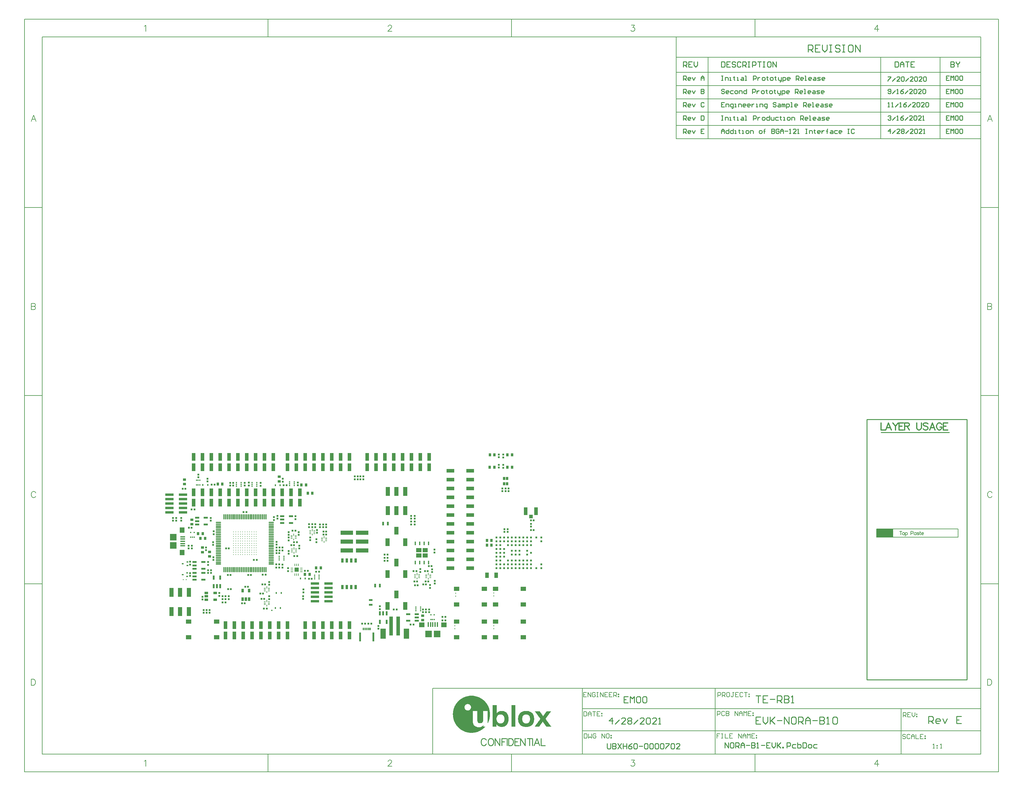
<source format=gtp>
G04*
G04 #@! TF.GenerationSoftware,Altium Limited,Altium Designer,24.5.2 (23)*
G04*
G04 Layer_Color=8421504*
%FSLAX44Y44*%
%MOMM*%
G71*
G04*
G04 #@! TF.SameCoordinates,0C5A4069-AE43-482B-AD25-CF0848805004*
G04*
G04*
G04 #@! TF.FilePolarity,Positive*
G04*
G01*
G75*
%ADD10C,0.1270*%
%ADD14C,0.2540*%
%ADD15C,0.2000*%
%ADD17R,4.8260X2.4130*%
%ADD18C,0.1778*%
%ADD19C,0.2997*%
%ADD20R,0.9000X0.7500*%
G04:AMPARAMS|DCode=21|XSize=0.3mm|YSize=0.4mm|CornerRadius=0.075mm|HoleSize=0mm|Usage=FLASHONLY|Rotation=90.000|XOffset=0mm|YOffset=0mm|HoleType=Round|Shape=RoundedRectangle|*
%AMROUNDEDRECTD21*
21,1,0.3000,0.2500,0,0,90.0*
21,1,0.1500,0.4000,0,0,90.0*
1,1,0.1500,0.1250,0.0750*
1,1,0.1500,0.1250,-0.0750*
1,1,0.1500,-0.1250,-0.0750*
1,1,0.1500,-0.1250,0.0750*
%
%ADD21ROUNDEDRECTD21*%
%ADD22R,0.5500X0.5200*%
%ADD23R,0.6500X0.8500*%
%ADD24R,0.7500X0.9000*%
%ADD25R,2.4000X0.7600*%
%ADD26C,0.3000*%
%ADD27R,1.0000X5.5000*%
%ADD28R,1.6000X3.0000*%
%ADD29R,1.3000X0.5500*%
%ADD30R,1.0500X0.6600*%
%ADD31R,0.6600X1.0500*%
%ADD32R,0.6000X1.0000*%
%ADD33R,1.0000X0.6000*%
%ADD34R,0.5200X0.5500*%
%ADD35R,0.6000X0.6000*%
%ADD36R,1.0000X1.5500*%
%ADD37R,0.4400X0.9800*%
%ADD38R,1.4000X1.6000*%
%ADD39R,1.9000X1.9000*%
%ADD40R,1.3500X0.4000*%
%ADD41R,1.6000X1.4000*%
%ADD42R,0.4000X1.3500*%
%ADD43R,1.9000X1.9000*%
%ADD44R,1.0000X1.0500*%
%ADD45R,1.0500X2.2000*%
%ADD46O,0.3000X1.6500*%
%ADD47O,1.6500X0.3000*%
%ADD48R,1.0200X2.1900*%
%ADD49R,1.5500X1.3000*%
%ADD50R,1.5000X1.3000*%
%ADD51R,1.2000X2.5000*%
%ADD52R,2.2380X1.0100*%
%ADD53R,0.3000X0.4500*%
%ADD54R,0.5100X0.4000*%
%ADD55R,0.7600X1.2700*%
%ADD56R,0.3600X0.2500*%
%ADD57R,0.4000X0.5000*%
%ADD58R,0.7000X0.2500*%
%ADD59R,0.2500X0.7000*%
%ADD60R,1.1500X1.1500*%
%ADD61R,0.6000X0.2200*%
%ADD62R,0.2200X0.6000*%
%ADD63R,0.2200X0.6500*%
%ADD64R,0.3500X0.8000*%
%ADD65R,0.6000X2.6000*%
%ADD66R,3.6800X1.2700*%
%ADD67R,1.2700X2.2000*%
%ADD68R,0.4500X0.3000*%
%ADD69R,0.2500X0.3600*%
%ADD70R,0.5500X1.3000*%
G36*
X757650Y261732D02*
X743050D01*
Y273332D01*
X757650D01*
Y261732D01*
D02*
G37*
G36*
X739450D02*
X724850D01*
Y273332D01*
X739450D01*
Y261732D01*
D02*
G37*
G36*
X757650Y246532D02*
X743050D01*
Y258132D01*
X757650D01*
Y246532D01*
D02*
G37*
G36*
X739450D02*
X724850D01*
Y258132D01*
X739450D01*
Y246532D01*
D02*
G37*
G36*
X1111121Y-194961D02*
X1110667D01*
Y-195414D01*
Y-195868D01*
X1110214D01*
Y-196322D01*
X1109760D01*
Y-196775D01*
X1109307D01*
Y-197229D01*
Y-197682D01*
X1108853D01*
Y-198136D01*
X1108400D01*
Y-198589D01*
Y-199043D01*
X1107946D01*
Y-199496D01*
X1107492D01*
Y-199950D01*
X1107039D01*
Y-200404D01*
Y-200857D01*
X1106585D01*
Y-201311D01*
X1106132D01*
Y-201764D01*
X1105678D01*
Y-202218D01*
Y-202671D01*
X1105225D01*
Y-203125D01*
X1104771D01*
Y-203578D01*
X1104317D01*
Y-204032D01*
Y-204486D01*
X1103864D01*
Y-204939D01*
X1103410D01*
Y-205393D01*
Y-205846D01*
X1102957D01*
Y-206300D01*
X1102503D01*
Y-206753D01*
X1102050D01*
Y-207207D01*
Y-207661D01*
X1101596D01*
Y-208114D01*
X1101143D01*
Y-208568D01*
X1100689D01*
Y-209021D01*
Y-209475D01*
X1100236D01*
Y-209928D01*
X1099782D01*
Y-210382D01*
Y-210835D01*
X1099328D01*
Y-211289D01*
X1098875D01*
Y-211742D01*
X1098421D01*
Y-212196D01*
Y-212650D01*
X1097968D01*
Y-213103D01*
X1097514D01*
Y-213557D01*
X1097061D01*
Y-214010D01*
Y-214464D01*
X1096607D01*
Y-214917D01*
X1096153D01*
Y-215371D01*
X1095700D01*
Y-215825D01*
Y-216278D01*
Y-216732D01*
X1096153D01*
Y-217185D01*
Y-217639D01*
X1096607D01*
Y-218092D01*
X1097061D01*
Y-218546D01*
X1097514D01*
Y-218999D01*
Y-219453D01*
X1097968D01*
Y-219907D01*
X1098421D01*
Y-220360D01*
X1098875D01*
Y-220814D01*
Y-221267D01*
X1099328D01*
Y-221721D01*
X1099782D01*
Y-222174D01*
Y-222628D01*
X1100236D01*
Y-223081D01*
X1100689D01*
Y-223535D01*
X1101143D01*
Y-223988D01*
Y-224442D01*
X1101596D01*
Y-224896D01*
X1102050D01*
Y-225349D01*
X1102503D01*
Y-225803D01*
Y-226256D01*
X1102957D01*
Y-226710D01*
X1103410D01*
Y-227163D01*
X1103864D01*
Y-227617D01*
Y-228071D01*
X1104317D01*
Y-228524D01*
X1104771D01*
Y-228978D01*
X1105225D01*
Y-229431D01*
Y-229885D01*
X1105678D01*
Y-230338D01*
X1106132D01*
Y-230792D01*
X1106585D01*
Y-231245D01*
Y-231699D01*
X1107039D01*
Y-232153D01*
X1107492D01*
Y-232606D01*
X1107946D01*
Y-233060D01*
Y-233513D01*
X1108400D01*
Y-233967D01*
X1108853D01*
Y-234420D01*
Y-234874D01*
X1109307D01*
Y-235327D01*
X1109760D01*
Y-235781D01*
X1110214D01*
Y-236234D01*
Y-236688D01*
X1110667D01*
Y-237142D01*
X1111121D01*
Y-237595D01*
X1111574D01*
Y-238049D01*
X1112028D01*
Y-238502D01*
X1097514D01*
Y-238049D01*
Y-237595D01*
X1097061D01*
Y-237142D01*
X1096607D01*
Y-236688D01*
X1096153D01*
Y-236234D01*
Y-235781D01*
X1095700D01*
Y-235327D01*
X1095246D01*
Y-234874D01*
X1094793D01*
Y-234420D01*
Y-233967D01*
X1094339D01*
Y-233513D01*
X1093886D01*
Y-233060D01*
Y-232606D01*
X1093432D01*
Y-232153D01*
X1092979D01*
Y-231699D01*
X1092525D01*
Y-231245D01*
Y-230792D01*
X1092072D01*
Y-230338D01*
X1091618D01*
Y-229885D01*
X1091164D01*
Y-229431D01*
Y-228978D01*
X1090711D01*
Y-228524D01*
X1090257D01*
Y-228071D01*
Y-227617D01*
X1089804D01*
Y-227163D01*
X1089350D01*
Y-226710D01*
X1088897D01*
Y-226256D01*
Y-225803D01*
X1088443D01*
Y-225349D01*
X1087990D01*
Y-224896D01*
X1087536D01*
Y-224442D01*
X1087082D01*
Y-224896D01*
Y-225349D01*
X1086629D01*
Y-225803D01*
X1086175D01*
Y-226256D01*
X1085722D01*
Y-226710D01*
Y-227163D01*
X1085268D01*
Y-227617D01*
X1084815D01*
Y-228071D01*
Y-228524D01*
X1084361D01*
Y-228978D01*
X1083907D01*
Y-229431D01*
X1083454D01*
Y-229885D01*
Y-230338D01*
X1083000D01*
Y-230792D01*
X1082547D01*
Y-231245D01*
Y-231699D01*
X1082093D01*
Y-232153D01*
X1081640D01*
Y-232606D01*
X1081186D01*
Y-233060D01*
Y-233513D01*
X1080733D01*
Y-233967D01*
X1080279D01*
Y-234420D01*
Y-234874D01*
X1079826D01*
Y-235327D01*
X1079372D01*
Y-235781D01*
X1078918D01*
Y-236234D01*
Y-236688D01*
X1078465D01*
Y-237142D01*
X1078011D01*
Y-237595D01*
Y-238049D01*
X1077558D01*
Y-238502D01*
X1064405D01*
Y-238049D01*
X1064858D01*
Y-237595D01*
X1065312D01*
Y-237142D01*
Y-236688D01*
X1065765D01*
Y-236234D01*
X1066219D01*
Y-235781D01*
X1066672D01*
Y-235327D01*
Y-234874D01*
X1067126D01*
Y-234420D01*
X1067579D01*
Y-233967D01*
Y-233513D01*
X1068033D01*
Y-233060D01*
X1068487D01*
Y-232606D01*
X1068940D01*
Y-232153D01*
X1069394D01*
Y-231699D01*
Y-231245D01*
X1069847D01*
Y-230792D01*
X1070301D01*
Y-230338D01*
Y-229885D01*
X1070754D01*
Y-229431D01*
X1071208D01*
Y-228978D01*
X1071662D01*
Y-228524D01*
Y-228071D01*
X1072115D01*
Y-227617D01*
X1072569D01*
Y-227163D01*
X1073022D01*
Y-226710D01*
Y-226256D01*
X1073476D01*
Y-225803D01*
X1073929D01*
Y-225349D01*
X1074383D01*
Y-224896D01*
Y-224442D01*
X1074836D01*
Y-223988D01*
X1075290D01*
Y-223535D01*
X1075743D01*
Y-223081D01*
Y-222628D01*
X1076197D01*
Y-222174D01*
X1076651D01*
Y-221721D01*
X1077104D01*
Y-221267D01*
Y-220814D01*
X1077558D01*
Y-220360D01*
X1078011D01*
Y-219907D01*
X1078465D01*
Y-219453D01*
Y-218999D01*
X1078918D01*
Y-218546D01*
X1079372D01*
Y-218092D01*
Y-217639D01*
X1079826D01*
Y-217185D01*
X1080279D01*
Y-216732D01*
X1080733D01*
Y-216278D01*
Y-215825D01*
X1080279D01*
Y-215371D01*
X1079826D01*
Y-214917D01*
X1079372D01*
Y-214464D01*
Y-214010D01*
X1078918D01*
Y-213557D01*
X1078465D01*
Y-213103D01*
X1078011D01*
Y-212650D01*
Y-212196D01*
X1077558D01*
Y-211742D01*
X1077104D01*
Y-211289D01*
Y-210835D01*
X1076651D01*
Y-210382D01*
X1076197D01*
Y-209928D01*
X1075743D01*
Y-209475D01*
Y-209021D01*
X1075290D01*
Y-208568D01*
X1074836D01*
Y-208114D01*
X1074383D01*
Y-207661D01*
Y-207207D01*
X1073929D01*
Y-206753D01*
X1073476D01*
Y-206300D01*
Y-205846D01*
X1073022D01*
Y-205393D01*
X1072569D01*
Y-204939D01*
X1072115D01*
Y-204486D01*
Y-204032D01*
X1071662D01*
Y-203578D01*
X1071208D01*
Y-203125D01*
X1070754D01*
Y-202671D01*
Y-202218D01*
X1070301D01*
Y-201764D01*
X1069847D01*
Y-201311D01*
Y-200857D01*
X1069394D01*
Y-200404D01*
X1068940D01*
Y-199950D01*
X1068487D01*
Y-199496D01*
Y-199043D01*
X1068033D01*
Y-198589D01*
X1067579D01*
Y-198136D01*
X1067126D01*
Y-197682D01*
Y-197229D01*
X1066672D01*
Y-196775D01*
X1066219D01*
Y-196322D01*
Y-195868D01*
X1065765D01*
Y-195414D01*
X1065312D01*
Y-194961D01*
X1064858D01*
Y-194507D01*
X1078918D01*
Y-194961D01*
X1079372D01*
Y-195414D01*
X1079826D01*
Y-195868D01*
Y-196322D01*
X1080279D01*
Y-196775D01*
X1080733D01*
Y-197229D01*
X1081186D01*
Y-197682D01*
Y-198136D01*
X1081640D01*
Y-198589D01*
X1082093D01*
Y-199043D01*
Y-199496D01*
X1082547D01*
Y-199950D01*
X1083000D01*
Y-200404D01*
Y-200857D01*
X1083454D01*
Y-201311D01*
X1083907D01*
Y-201764D01*
X1084361D01*
Y-202218D01*
Y-202671D01*
X1084815D01*
Y-203125D01*
X1085268D01*
Y-203578D01*
Y-204032D01*
X1085722D01*
Y-204486D01*
X1086175D01*
Y-204939D01*
X1086629D01*
Y-205393D01*
Y-205846D01*
X1087082D01*
Y-206300D01*
X1087536D01*
Y-206753D01*
Y-207207D01*
X1087990D01*
Y-207661D01*
X1088443D01*
Y-208114D01*
X1088897D01*
Y-207661D01*
X1089350D01*
Y-207207D01*
Y-206753D01*
X1089804D01*
Y-206300D01*
X1090257D01*
Y-205846D01*
X1090711D01*
Y-205393D01*
Y-204939D01*
X1091164D01*
Y-204486D01*
X1091618D01*
Y-204032D01*
Y-203578D01*
X1092072D01*
Y-203125D01*
X1092525D01*
Y-202671D01*
X1092979D01*
Y-202218D01*
Y-201764D01*
X1093432D01*
Y-201311D01*
X1093886D01*
Y-200857D01*
Y-200404D01*
X1094339D01*
Y-199950D01*
X1094793D01*
Y-199496D01*
X1095246D01*
Y-199043D01*
Y-198589D01*
X1095700D01*
Y-198136D01*
X1096153D01*
Y-197682D01*
Y-197229D01*
X1096607D01*
Y-196775D01*
X1097061D01*
Y-196322D01*
X1097514D01*
Y-195868D01*
Y-195414D01*
X1097968D01*
Y-194961D01*
X1098421D01*
Y-194507D01*
X1111121D01*
Y-194961D01*
D02*
G37*
G36*
X885250Y-150059D02*
X889786D01*
Y-150512D01*
X892507D01*
Y-150966D01*
X894775D01*
Y-151419D01*
X896589D01*
Y-151873D01*
X898403D01*
Y-152327D01*
X899764D01*
Y-152780D01*
X901124D01*
Y-153234D01*
X902485D01*
Y-153687D01*
X903392D01*
Y-154141D01*
X904753D01*
Y-154594D01*
X905660D01*
Y-155048D01*
X906567D01*
Y-155501D01*
X907474D01*
Y-155955D01*
X908381D01*
Y-156409D01*
X909288D01*
Y-156862D01*
X909742D01*
Y-157316D01*
X910649D01*
Y-157769D01*
X911556D01*
Y-158223D01*
X912010D01*
Y-158676D01*
X912917D01*
Y-159130D01*
X913371D01*
Y-159584D01*
X914278D01*
Y-160037D01*
X914731D01*
Y-160491D01*
X915185D01*
Y-160944D01*
X916092D01*
Y-161398D01*
X916545D01*
Y-161851D01*
X916999D01*
Y-162305D01*
X917452D01*
Y-162758D01*
X918360D01*
Y-163212D01*
X918813D01*
Y-163666D01*
X919267D01*
Y-164119D01*
X919720D01*
Y-164573D01*
X920174D01*
Y-165026D01*
X920627D01*
Y-165480D01*
X921081D01*
Y-165933D01*
X921535D01*
Y-166387D01*
X921988D01*
Y-166840D01*
X922442D01*
Y-167294D01*
X922895D01*
Y-167747D01*
X923349D01*
Y-168201D01*
Y-168655D01*
X923802D01*
Y-169108D01*
X924256D01*
Y-169562D01*
X924709D01*
Y-170015D01*
X925163D01*
Y-170469D01*
Y-170922D01*
X925617D01*
Y-171376D01*
X926070D01*
Y-171830D01*
X926524D01*
Y-172283D01*
Y-172737D01*
X926977D01*
Y-173190D01*
X927431D01*
Y-173644D01*
Y-174097D01*
X927884D01*
Y-174551D01*
X928338D01*
Y-175004D01*
Y-175458D01*
X928791D01*
Y-175912D01*
X929245D01*
Y-176365D01*
Y-176819D01*
X929698D01*
Y-177272D01*
Y-177726D01*
X930152D01*
Y-178179D01*
Y-178633D01*
X930606D01*
Y-179086D01*
Y-179540D01*
X931059D01*
Y-179993D01*
Y-180447D01*
X931513D01*
Y-180901D01*
Y-181354D01*
X931966D01*
Y-181808D01*
Y-182261D01*
X932420D01*
Y-182715D01*
Y-183168D01*
Y-183622D01*
X932873D01*
Y-184076D01*
Y-184529D01*
X933327D01*
Y-184983D01*
Y-185436D01*
Y-185890D01*
X933781D01*
Y-186343D01*
Y-186797D01*
Y-187250D01*
X934234D01*
Y-187704D01*
Y-188158D01*
Y-188611D01*
Y-189065D01*
X934688D01*
Y-189518D01*
Y-189972D01*
Y-190425D01*
Y-190879D01*
X935141D01*
Y-191332D01*
Y-191786D01*
Y-192240D01*
Y-192693D01*
X935595D01*
Y-193147D01*
Y-193600D01*
Y-194054D01*
Y-194507D01*
Y-194961D01*
Y-195414D01*
Y-195868D01*
X936048D01*
Y-196322D01*
Y-196775D01*
Y-197229D01*
Y-197682D01*
Y-198136D01*
Y-198589D01*
Y-199043D01*
Y-199496D01*
Y-199950D01*
Y-200404D01*
Y-200857D01*
X936502D01*
Y-201311D01*
Y-201764D01*
Y-202218D01*
Y-202671D01*
Y-203125D01*
Y-203578D01*
Y-204032D01*
Y-204486D01*
Y-204939D01*
Y-205393D01*
X936048D01*
Y-205846D01*
Y-206300D01*
Y-206753D01*
Y-207207D01*
Y-207661D01*
Y-208114D01*
Y-208568D01*
Y-209021D01*
Y-209475D01*
Y-209928D01*
Y-210382D01*
X935595D01*
Y-210835D01*
Y-211289D01*
Y-211742D01*
Y-212196D01*
Y-212650D01*
Y-213103D01*
X935141D01*
Y-213557D01*
Y-214010D01*
Y-214464D01*
Y-214917D01*
Y-215371D01*
X934688D01*
Y-215825D01*
Y-216278D01*
Y-216732D01*
Y-217185D01*
X934234D01*
Y-217639D01*
Y-218092D01*
Y-218546D01*
Y-218999D01*
X933781D01*
Y-219453D01*
Y-219907D01*
Y-220360D01*
X933327D01*
Y-220814D01*
Y-221267D01*
X932873D01*
Y-221721D01*
Y-222174D01*
Y-222628D01*
X932420D01*
Y-223081D01*
Y-223535D01*
X931966D01*
Y-223988D01*
Y-224442D01*
Y-224896D01*
X931513D01*
Y-225349D01*
Y-225803D01*
X931059D01*
Y-226256D01*
Y-226710D01*
X930606D01*
Y-227163D01*
Y-227617D01*
X930152D01*
Y-228071D01*
Y-228524D01*
X929698D01*
Y-228071D01*
Y-227617D01*
Y-227163D01*
Y-226710D01*
Y-226256D01*
Y-225803D01*
Y-225349D01*
Y-224896D01*
Y-224442D01*
Y-223988D01*
Y-223535D01*
Y-223081D01*
Y-222628D01*
Y-222174D01*
Y-221721D01*
Y-221267D01*
Y-220814D01*
Y-220360D01*
Y-219907D01*
Y-219453D01*
Y-218999D01*
Y-218546D01*
Y-218092D01*
Y-217639D01*
Y-217185D01*
Y-216732D01*
Y-216278D01*
Y-215825D01*
Y-215371D01*
Y-214917D01*
Y-214464D01*
Y-214010D01*
Y-213557D01*
Y-213103D01*
Y-212650D01*
Y-212196D01*
Y-211742D01*
Y-211289D01*
Y-210835D01*
Y-210382D01*
Y-209928D01*
Y-209475D01*
Y-209021D01*
Y-208568D01*
Y-208114D01*
Y-207661D01*
Y-207207D01*
Y-206753D01*
Y-206300D01*
Y-205846D01*
Y-205393D01*
Y-204939D01*
Y-204486D01*
Y-204032D01*
Y-203578D01*
Y-203125D01*
Y-202671D01*
Y-202218D01*
Y-201764D01*
Y-201311D01*
Y-200857D01*
Y-200404D01*
Y-199950D01*
Y-199496D01*
Y-199043D01*
Y-198589D01*
Y-198136D01*
Y-197682D01*
Y-197229D01*
Y-196775D01*
Y-196322D01*
Y-195868D01*
Y-195414D01*
Y-194961D01*
Y-194507D01*
Y-194054D01*
X916999D01*
Y-194507D01*
Y-194961D01*
Y-195414D01*
Y-195868D01*
Y-196322D01*
Y-196775D01*
Y-197229D01*
Y-197682D01*
Y-198136D01*
Y-198589D01*
Y-199043D01*
Y-199496D01*
Y-199950D01*
Y-200404D01*
Y-200857D01*
Y-201311D01*
Y-201764D01*
Y-202218D01*
Y-202671D01*
Y-203125D01*
Y-203578D01*
Y-204032D01*
Y-204486D01*
Y-204939D01*
Y-205393D01*
Y-205846D01*
Y-206300D01*
Y-206753D01*
Y-207207D01*
Y-207661D01*
Y-208114D01*
Y-208568D01*
Y-209021D01*
Y-209475D01*
Y-209928D01*
Y-210382D01*
Y-210835D01*
Y-211289D01*
Y-211742D01*
Y-212196D01*
Y-212650D01*
Y-213103D01*
Y-213557D01*
Y-214010D01*
Y-214464D01*
Y-214917D01*
Y-215371D01*
Y-215825D01*
Y-216278D01*
Y-216732D01*
Y-217185D01*
Y-217639D01*
Y-218092D01*
Y-218546D01*
Y-218999D01*
Y-219453D01*
Y-219907D01*
Y-220360D01*
Y-220814D01*
Y-221267D01*
Y-221721D01*
X916545D01*
Y-222174D01*
Y-222628D01*
Y-223081D01*
Y-223535D01*
X916092D01*
Y-223988D01*
Y-224442D01*
X915638D01*
Y-224896D01*
Y-225349D01*
X915185D01*
Y-225803D01*
X914731D01*
Y-226256D01*
X914278D01*
Y-226710D01*
X913824D01*
Y-227163D01*
X913371D01*
Y-227617D01*
X912463D01*
Y-228071D01*
X911103D01*
Y-228524D01*
X904753D01*
Y-228071D01*
X903392D01*
Y-227617D01*
X902485D01*
Y-227163D01*
X902032D01*
Y-226710D01*
X901578D01*
Y-226256D01*
X901124D01*
Y-225803D01*
Y-225349D01*
X900671D01*
Y-224896D01*
Y-224442D01*
X900217D01*
Y-223988D01*
Y-223535D01*
Y-223081D01*
Y-222628D01*
X899764D01*
Y-222174D01*
Y-221721D01*
Y-221267D01*
Y-220814D01*
Y-220360D01*
Y-219907D01*
Y-219453D01*
Y-218999D01*
Y-218546D01*
Y-218092D01*
Y-217639D01*
Y-217185D01*
Y-216732D01*
Y-216278D01*
Y-215825D01*
Y-215371D01*
Y-214917D01*
Y-214464D01*
Y-214010D01*
Y-213557D01*
Y-213103D01*
Y-212650D01*
Y-212196D01*
Y-211742D01*
Y-211289D01*
Y-210835D01*
Y-210382D01*
Y-209928D01*
Y-209475D01*
Y-209021D01*
Y-208568D01*
Y-208114D01*
Y-207661D01*
Y-207207D01*
Y-206753D01*
Y-206300D01*
Y-205846D01*
Y-205393D01*
Y-204939D01*
Y-204486D01*
Y-204032D01*
Y-203578D01*
Y-203125D01*
Y-202671D01*
Y-202218D01*
Y-201764D01*
Y-201311D01*
Y-200857D01*
Y-200404D01*
Y-199950D01*
Y-199496D01*
Y-199043D01*
Y-198589D01*
Y-198136D01*
Y-197682D01*
Y-197229D01*
Y-196775D01*
Y-196322D01*
Y-195868D01*
Y-195414D01*
Y-194961D01*
Y-194507D01*
Y-194054D01*
X887064D01*
Y-194507D01*
Y-194961D01*
Y-195414D01*
Y-195868D01*
Y-196322D01*
Y-196775D01*
Y-197229D01*
Y-197682D01*
Y-198136D01*
Y-198589D01*
Y-199043D01*
Y-199496D01*
Y-199950D01*
Y-200404D01*
Y-200857D01*
Y-201311D01*
Y-201764D01*
Y-202218D01*
Y-202671D01*
Y-203125D01*
Y-203578D01*
Y-204032D01*
Y-204486D01*
Y-204939D01*
Y-205393D01*
Y-205846D01*
Y-206300D01*
Y-206753D01*
Y-207207D01*
Y-207661D01*
Y-208114D01*
Y-208568D01*
Y-209021D01*
Y-209475D01*
Y-209928D01*
Y-210382D01*
Y-210835D01*
Y-211289D01*
Y-211742D01*
Y-212196D01*
Y-212650D01*
Y-213103D01*
Y-213557D01*
Y-214010D01*
Y-214464D01*
Y-214917D01*
Y-215371D01*
Y-215825D01*
Y-216278D01*
Y-216732D01*
Y-217185D01*
Y-217639D01*
Y-218092D01*
Y-218546D01*
Y-218999D01*
Y-219453D01*
Y-219907D01*
Y-220360D01*
Y-220814D01*
Y-221267D01*
Y-221721D01*
Y-222174D01*
Y-222628D01*
Y-223081D01*
Y-223535D01*
Y-223988D01*
Y-224442D01*
Y-224896D01*
Y-225349D01*
Y-225803D01*
Y-226256D01*
Y-226710D01*
Y-227163D01*
X887518D01*
Y-227617D01*
Y-228071D01*
Y-228524D01*
Y-228978D01*
X887971D01*
Y-229431D01*
Y-229885D01*
Y-230338D01*
X888425D01*
Y-230792D01*
Y-231245D01*
Y-231699D01*
X888878D01*
Y-232153D01*
Y-232606D01*
X889332D01*
Y-233060D01*
X889786D01*
Y-233513D01*
Y-233967D01*
X890239D01*
Y-234420D01*
X890693D01*
Y-234874D01*
X891146D01*
Y-235327D01*
X891600D01*
Y-235781D01*
X892053D01*
Y-236234D01*
X892507D01*
Y-236688D01*
X893414D01*
Y-237142D01*
X893868D01*
Y-237595D01*
X894775D01*
Y-238049D01*
X895682D01*
Y-238502D01*
X896589D01*
Y-238956D01*
X897950D01*
Y-239409D01*
X899764D01*
Y-239863D01*
X908835D01*
Y-239409D01*
X910649D01*
Y-238956D01*
X911556D01*
Y-238502D01*
X912917D01*
Y-238049D01*
X913371D01*
Y-237595D01*
X914278D01*
Y-237142D01*
X914731D01*
Y-236688D01*
X915185D01*
Y-236234D01*
X916092D01*
Y-235781D01*
X916545D01*
Y-235327D01*
X916999D01*
Y-234874D01*
Y-234420D01*
X917452D01*
Y-234874D01*
Y-235327D01*
Y-235781D01*
Y-236234D01*
Y-236688D01*
Y-237142D01*
Y-237595D01*
Y-238049D01*
Y-238502D01*
Y-238956D01*
X922442D01*
Y-239409D01*
X921988D01*
Y-239863D01*
X921535D01*
Y-240317D01*
X921081D01*
Y-240770D01*
X920627D01*
Y-241224D01*
X920174D01*
Y-241677D01*
X919720D01*
Y-242131D01*
X919267D01*
Y-242584D01*
X918813D01*
Y-243038D01*
X917906D01*
Y-243491D01*
X917452D01*
Y-243945D01*
X916999D01*
Y-244398D01*
X916545D01*
Y-244852D01*
X915638D01*
Y-245306D01*
X915185D01*
Y-245759D01*
X914731D01*
Y-246213D01*
X913824D01*
Y-246666D01*
X913371D01*
Y-247120D01*
X912463D01*
Y-247573D01*
X912010D01*
Y-248027D01*
X911103D01*
Y-248480D01*
X910649D01*
Y-248934D01*
X909742D01*
Y-249388D01*
X908835D01*
Y-249841D01*
X907928D01*
Y-250295D01*
X907474D01*
Y-250748D01*
X906567D01*
Y-251202D01*
X905206D01*
Y-251655D01*
X904299D01*
Y-252109D01*
X903392D01*
Y-252563D01*
X902032D01*
Y-253016D01*
X901124D01*
Y-253470D01*
X899764D01*
Y-253923D01*
X897950D01*
Y-254377D01*
X896589D01*
Y-254830D01*
X894775D01*
Y-255284D01*
X892053D01*
Y-255737D01*
X888878D01*
Y-256191D01*
X877086D01*
Y-255737D01*
X873911D01*
Y-255284D01*
X871643D01*
Y-254830D01*
X869829D01*
Y-254377D01*
X868015D01*
Y-253923D01*
X866654D01*
Y-253470D01*
X865294D01*
Y-253016D01*
X863933D01*
Y-252563D01*
X863026D01*
Y-252109D01*
X861665D01*
Y-251655D01*
X860758D01*
Y-251202D01*
X859851D01*
Y-250748D01*
X858944D01*
Y-250295D01*
X858037D01*
Y-249841D01*
X857130D01*
Y-249388D01*
X856222D01*
Y-248934D01*
X855769D01*
Y-248480D01*
X854862D01*
Y-248027D01*
X853955D01*
Y-247573D01*
X853501D01*
Y-247120D01*
X852594D01*
Y-246666D01*
X852140D01*
Y-246213D01*
X851687D01*
Y-245759D01*
X850780D01*
Y-245306D01*
X850326D01*
Y-244852D01*
X849873D01*
Y-244398D01*
X848966D01*
Y-243945D01*
X848512D01*
Y-243491D01*
X848058D01*
Y-243038D01*
X847605D01*
Y-242584D01*
X847151D01*
Y-242131D01*
X846698D01*
Y-241677D01*
X846244D01*
Y-241224D01*
X845791D01*
Y-240770D01*
X845337D01*
Y-240317D01*
X844883D01*
Y-239863D01*
X844430D01*
Y-239409D01*
X843976D01*
Y-238956D01*
X843523D01*
Y-238502D01*
X843069D01*
Y-238049D01*
X842616D01*
Y-237595D01*
X842162D01*
Y-237142D01*
X841709D01*
Y-236688D01*
Y-236234D01*
X841255D01*
Y-235781D01*
X840801D01*
Y-235327D01*
X840348D01*
Y-234874D01*
X839894D01*
Y-234420D01*
Y-233967D01*
X839441D01*
Y-233513D01*
X838987D01*
Y-233060D01*
Y-232606D01*
X838534D01*
Y-232153D01*
X838080D01*
Y-231699D01*
Y-231245D01*
X837627D01*
Y-230792D01*
X837173D01*
Y-230338D01*
Y-229885D01*
X836720D01*
Y-229431D01*
Y-228978D01*
X836266D01*
Y-228524D01*
Y-228071D01*
X835812D01*
Y-227617D01*
Y-227163D01*
X835359D01*
Y-226710D01*
Y-226256D01*
X834905D01*
Y-225803D01*
Y-225349D01*
X834452D01*
Y-224896D01*
Y-224442D01*
X833998D01*
Y-223988D01*
Y-223535D01*
X833545D01*
Y-223081D01*
Y-222628D01*
Y-222174D01*
X833091D01*
Y-221721D01*
Y-221267D01*
Y-220814D01*
X832637D01*
Y-220360D01*
Y-219907D01*
X832184D01*
Y-219453D01*
Y-218999D01*
Y-218546D01*
Y-218092D01*
X831730D01*
Y-217639D01*
Y-217185D01*
Y-216732D01*
X831277D01*
Y-216278D01*
Y-215825D01*
Y-215371D01*
Y-214917D01*
X830823D01*
Y-214464D01*
Y-214010D01*
Y-213557D01*
Y-213103D01*
Y-212650D01*
X830370D01*
Y-212196D01*
Y-211742D01*
Y-211289D01*
Y-210835D01*
Y-210382D01*
Y-209928D01*
Y-209475D01*
X829916D01*
Y-209021D01*
Y-208568D01*
Y-208114D01*
Y-207661D01*
Y-207207D01*
Y-206753D01*
Y-206300D01*
Y-205846D01*
Y-205393D01*
Y-204939D01*
X829463D01*
Y-204486D01*
Y-204032D01*
Y-203578D01*
Y-203125D01*
Y-202671D01*
Y-202218D01*
Y-201764D01*
Y-201311D01*
Y-200857D01*
X829916D01*
Y-200404D01*
Y-199950D01*
Y-199496D01*
Y-199043D01*
Y-198589D01*
Y-198136D01*
Y-197682D01*
Y-197229D01*
Y-196775D01*
X830370D01*
Y-196322D01*
Y-195868D01*
Y-195414D01*
Y-194961D01*
Y-194507D01*
Y-194054D01*
Y-193600D01*
X830823D01*
Y-193147D01*
Y-192693D01*
Y-192240D01*
Y-191786D01*
Y-191332D01*
X831277D01*
Y-190879D01*
Y-190425D01*
Y-189972D01*
Y-189518D01*
X831730D01*
Y-189065D01*
Y-188611D01*
Y-188158D01*
Y-187704D01*
X832184D01*
Y-187250D01*
Y-186797D01*
Y-186343D01*
X832637D01*
Y-185890D01*
Y-185436D01*
Y-184983D01*
X833091D01*
Y-184529D01*
Y-184076D01*
X833545D01*
Y-183622D01*
Y-183168D01*
Y-182715D01*
X833998D01*
Y-182261D01*
Y-181808D01*
X834452D01*
Y-181354D01*
Y-180901D01*
Y-180447D01*
X834905D01*
Y-179993D01*
Y-179540D01*
X835359D01*
Y-179086D01*
Y-178633D01*
X835812D01*
Y-178179D01*
Y-177726D01*
X836266D01*
Y-177272D01*
X836720D01*
Y-176819D01*
Y-176365D01*
X837173D01*
Y-175912D01*
Y-175458D01*
X837627D01*
Y-175004D01*
X838080D01*
Y-174551D01*
Y-174097D01*
X838534D01*
Y-173644D01*
X838987D01*
Y-173190D01*
Y-172737D01*
X839441D01*
Y-172283D01*
X839894D01*
Y-171830D01*
Y-171376D01*
X840348D01*
Y-170922D01*
X840801D01*
Y-170469D01*
X841255D01*
Y-170015D01*
Y-169562D01*
X841709D01*
Y-169108D01*
X842162D01*
Y-168655D01*
X842616D01*
Y-168201D01*
X843069D01*
Y-167747D01*
X843523D01*
Y-167294D01*
X843976D01*
Y-166840D01*
X844430D01*
Y-166387D01*
Y-165933D01*
X844883D01*
Y-165480D01*
X845337D01*
Y-165026D01*
X845791D01*
Y-164573D01*
X846698D01*
Y-164119D01*
X847151D01*
Y-163666D01*
X847605D01*
Y-163212D01*
X848058D01*
Y-162758D01*
X848512D01*
Y-162305D01*
X848966D01*
Y-161851D01*
X849419D01*
Y-161398D01*
X850326D01*
Y-160944D01*
X850780D01*
Y-160491D01*
X851233D01*
Y-160037D01*
X852140D01*
Y-159584D01*
X852594D01*
Y-159130D01*
X853501D01*
Y-158676D01*
X853955D01*
Y-158223D01*
X854862D01*
Y-157769D01*
X855315D01*
Y-157316D01*
X856222D01*
Y-156862D01*
X857130D01*
Y-156409D01*
X857583D01*
Y-155955D01*
X858944D01*
Y-155501D01*
X859851D01*
Y-155048D01*
X860758D01*
Y-154594D01*
X861665D01*
Y-154141D01*
X862572D01*
Y-153687D01*
X863933D01*
Y-153234D01*
X864840D01*
Y-152780D01*
X866201D01*
Y-152327D01*
X867561D01*
Y-151873D01*
X869376D01*
Y-151419D01*
X871190D01*
Y-150966D01*
X873457D01*
Y-150512D01*
X876632D01*
Y-150059D01*
X881168D01*
Y-149605D01*
X885250D01*
Y-150059D01*
D02*
G37*
G36*
X1009071Y-177272D02*
Y-177726D01*
Y-178179D01*
Y-178633D01*
Y-179086D01*
Y-179540D01*
Y-179993D01*
Y-180447D01*
Y-180901D01*
Y-181354D01*
Y-181808D01*
Y-182261D01*
Y-182715D01*
Y-183168D01*
Y-183622D01*
Y-184076D01*
Y-184529D01*
Y-184983D01*
Y-185436D01*
Y-185890D01*
Y-186343D01*
Y-186797D01*
Y-187250D01*
Y-187704D01*
Y-188158D01*
Y-188611D01*
Y-189065D01*
Y-189518D01*
Y-189972D01*
Y-190425D01*
Y-190879D01*
Y-191332D01*
Y-191786D01*
Y-192240D01*
Y-192693D01*
Y-193147D01*
Y-193600D01*
Y-194054D01*
Y-194507D01*
Y-194961D01*
Y-195414D01*
Y-195868D01*
Y-196322D01*
Y-196775D01*
Y-197229D01*
Y-197682D01*
Y-198136D01*
Y-198589D01*
Y-199043D01*
Y-199496D01*
Y-199950D01*
Y-200404D01*
Y-200857D01*
Y-201311D01*
Y-201764D01*
Y-202218D01*
Y-202671D01*
Y-203125D01*
Y-203578D01*
Y-204032D01*
Y-204486D01*
Y-204939D01*
Y-205393D01*
Y-205846D01*
Y-206300D01*
Y-206753D01*
Y-207207D01*
Y-207661D01*
Y-208114D01*
Y-208568D01*
Y-209021D01*
Y-209475D01*
Y-209928D01*
Y-210382D01*
Y-210835D01*
Y-211289D01*
Y-211742D01*
Y-212196D01*
Y-212650D01*
Y-213103D01*
Y-213557D01*
Y-214010D01*
Y-214464D01*
Y-214917D01*
Y-215371D01*
Y-215825D01*
Y-216278D01*
Y-216732D01*
Y-217185D01*
Y-217639D01*
Y-218092D01*
Y-218546D01*
Y-218999D01*
Y-219453D01*
Y-219907D01*
Y-220360D01*
Y-220814D01*
Y-221267D01*
Y-221721D01*
Y-222174D01*
Y-222628D01*
Y-223081D01*
Y-223535D01*
Y-223988D01*
Y-224442D01*
Y-224896D01*
Y-225349D01*
Y-225803D01*
Y-226256D01*
Y-226710D01*
Y-227163D01*
Y-227617D01*
Y-228071D01*
Y-228524D01*
Y-228978D01*
Y-229431D01*
Y-229885D01*
Y-230338D01*
Y-230792D01*
Y-231245D01*
Y-231699D01*
Y-232153D01*
Y-232606D01*
Y-233060D01*
Y-233513D01*
Y-233967D01*
Y-234420D01*
Y-234874D01*
Y-235327D01*
Y-235781D01*
Y-236234D01*
Y-236688D01*
Y-237142D01*
Y-237595D01*
Y-238049D01*
Y-238502D01*
X997732D01*
Y-238049D01*
Y-237595D01*
Y-237142D01*
Y-236688D01*
Y-236234D01*
Y-235781D01*
Y-235327D01*
Y-234874D01*
Y-234420D01*
Y-233967D01*
Y-233513D01*
Y-233060D01*
Y-232606D01*
Y-232153D01*
Y-231699D01*
Y-231245D01*
Y-230792D01*
Y-230338D01*
Y-229885D01*
Y-229431D01*
Y-228978D01*
Y-228524D01*
Y-228071D01*
Y-227617D01*
Y-227163D01*
Y-226710D01*
Y-226256D01*
Y-225803D01*
Y-225349D01*
Y-224896D01*
Y-224442D01*
Y-223988D01*
Y-223535D01*
Y-223081D01*
Y-222628D01*
Y-222174D01*
Y-221721D01*
Y-221267D01*
Y-220814D01*
Y-220360D01*
Y-219907D01*
Y-219453D01*
Y-218999D01*
Y-218546D01*
Y-218092D01*
Y-217639D01*
Y-217185D01*
Y-216732D01*
Y-216278D01*
Y-215825D01*
Y-215371D01*
Y-214917D01*
Y-214464D01*
Y-214010D01*
Y-213557D01*
Y-213103D01*
Y-212650D01*
Y-212196D01*
Y-211742D01*
Y-211289D01*
Y-210835D01*
Y-210382D01*
Y-209928D01*
Y-209475D01*
Y-209021D01*
Y-208568D01*
Y-208114D01*
Y-207661D01*
Y-207207D01*
Y-206753D01*
Y-206300D01*
Y-205846D01*
Y-205393D01*
Y-204939D01*
Y-204486D01*
Y-204032D01*
Y-203578D01*
Y-203125D01*
Y-202671D01*
Y-202218D01*
Y-201764D01*
Y-201311D01*
Y-200857D01*
Y-200404D01*
Y-199950D01*
Y-199496D01*
Y-199043D01*
Y-198589D01*
Y-198136D01*
Y-197682D01*
Y-197229D01*
Y-196775D01*
Y-196322D01*
Y-195868D01*
Y-195414D01*
Y-194961D01*
Y-194507D01*
Y-194054D01*
Y-193600D01*
Y-193147D01*
Y-192693D01*
Y-192240D01*
Y-191786D01*
Y-191332D01*
Y-190879D01*
Y-190425D01*
Y-189972D01*
Y-189518D01*
Y-189065D01*
Y-188611D01*
Y-188158D01*
Y-187704D01*
Y-187250D01*
Y-186797D01*
Y-186343D01*
Y-185890D01*
Y-185436D01*
Y-184983D01*
Y-184529D01*
Y-184076D01*
Y-183622D01*
Y-183168D01*
Y-182715D01*
Y-182261D01*
Y-181808D01*
Y-181354D01*
Y-180901D01*
Y-180447D01*
Y-179993D01*
Y-179540D01*
Y-179086D01*
Y-178633D01*
Y-178179D01*
Y-177726D01*
Y-177272D01*
Y-176819D01*
X1009071D01*
Y-177272D01*
D02*
G37*
G36*
X1045355Y-194054D02*
X1047623D01*
Y-194507D01*
X1048984D01*
Y-194961D01*
X1050344D01*
Y-195414D01*
X1051252D01*
Y-195868D01*
X1052159D01*
Y-196322D01*
X1053066D01*
Y-196775D01*
X1053973D01*
Y-197229D01*
X1054426D01*
Y-197682D01*
X1055333D01*
Y-198136D01*
X1055787D01*
Y-198589D01*
X1056241D01*
Y-199043D01*
X1056694D01*
Y-199496D01*
X1057148D01*
Y-199950D01*
X1057601D01*
Y-200404D01*
X1058055D01*
Y-200857D01*
X1058508D01*
Y-201311D01*
X1058962D01*
Y-201764D01*
Y-202218D01*
X1059416D01*
Y-202671D01*
X1059869D01*
Y-203125D01*
Y-203578D01*
X1060323D01*
Y-204032D01*
Y-204486D01*
X1060776D01*
Y-204939D01*
Y-205393D01*
X1061230D01*
Y-205846D01*
Y-206300D01*
X1061683D01*
Y-206753D01*
Y-207207D01*
Y-207661D01*
X1062137D01*
Y-208114D01*
Y-208568D01*
Y-209021D01*
Y-209475D01*
Y-209928D01*
X1062590D01*
Y-210382D01*
Y-210835D01*
Y-211289D01*
Y-211742D01*
Y-212196D01*
Y-212650D01*
Y-213103D01*
X1063044D01*
Y-213557D01*
Y-214010D01*
Y-214464D01*
Y-214917D01*
Y-215371D01*
Y-215825D01*
Y-216278D01*
Y-216732D01*
Y-217185D01*
Y-217639D01*
Y-218092D01*
Y-218546D01*
Y-218999D01*
Y-219453D01*
Y-219907D01*
X1062590D01*
Y-220360D01*
Y-220814D01*
Y-221267D01*
Y-221721D01*
Y-222174D01*
Y-222628D01*
Y-223081D01*
X1062137D01*
Y-223535D01*
Y-223988D01*
Y-224442D01*
Y-224896D01*
X1061683D01*
Y-225349D01*
Y-225803D01*
Y-226256D01*
X1061230D01*
Y-226710D01*
Y-227163D01*
Y-227617D01*
X1060776D01*
Y-228071D01*
Y-228524D01*
X1060323D01*
Y-228978D01*
Y-229431D01*
X1059869D01*
Y-229885D01*
Y-230338D01*
X1059416D01*
Y-230792D01*
X1058962D01*
Y-231245D01*
X1058508D01*
Y-231699D01*
Y-232153D01*
X1058055D01*
Y-232606D01*
X1057601D01*
Y-233060D01*
X1057148D01*
Y-233513D01*
X1056694D01*
Y-233967D01*
X1056241D01*
Y-234420D01*
X1055787D01*
Y-234874D01*
X1054880D01*
Y-235327D01*
X1054426D01*
Y-235781D01*
X1053519D01*
Y-236234D01*
X1053066D01*
Y-236688D01*
X1052159D01*
Y-237142D01*
X1051252D01*
Y-237595D01*
X1049891D01*
Y-238049D01*
X1048530D01*
Y-238502D01*
X1047169D01*
Y-238956D01*
X1044902D01*
Y-239409D01*
X1035377D01*
Y-238956D01*
X1032656D01*
Y-238502D01*
X1030841D01*
Y-238049D01*
X1029934D01*
Y-237595D01*
X1028574D01*
Y-237142D01*
X1027667D01*
Y-236688D01*
X1026759D01*
Y-236234D01*
X1026306D01*
Y-235781D01*
X1025399D01*
Y-235327D01*
X1024945D01*
Y-234874D01*
X1024038D01*
Y-234420D01*
X1023585D01*
Y-233967D01*
X1023131D01*
Y-233513D01*
X1022678D01*
Y-233060D01*
X1022224D01*
Y-232606D01*
X1021770D01*
Y-232153D01*
X1021317D01*
Y-231699D01*
Y-231245D01*
X1020863D01*
Y-230792D01*
X1020410D01*
Y-230338D01*
X1019956D01*
Y-229885D01*
Y-229431D01*
X1019503D01*
Y-228978D01*
Y-228524D01*
X1019049D01*
Y-228071D01*
Y-227617D01*
X1018595D01*
Y-227163D01*
Y-226710D01*
Y-226256D01*
X1018142D01*
Y-225803D01*
Y-225349D01*
Y-224896D01*
X1017688D01*
Y-224442D01*
Y-223988D01*
Y-223535D01*
Y-223081D01*
X1017235D01*
Y-222628D01*
Y-222174D01*
Y-221721D01*
Y-221267D01*
Y-220814D01*
Y-220360D01*
Y-219907D01*
Y-219453D01*
X1016781D01*
Y-218999D01*
Y-218546D01*
Y-218092D01*
Y-217639D01*
Y-217185D01*
Y-216732D01*
Y-216278D01*
Y-215825D01*
Y-215371D01*
Y-214917D01*
Y-214464D01*
Y-214010D01*
Y-213557D01*
X1017235D01*
Y-213103D01*
Y-212650D01*
Y-212196D01*
Y-211742D01*
Y-211289D01*
Y-210835D01*
Y-210382D01*
Y-209928D01*
X1017688D01*
Y-209475D01*
Y-209021D01*
Y-208568D01*
Y-208114D01*
X1018142D01*
Y-207661D01*
Y-207207D01*
Y-206753D01*
X1018595D01*
Y-206300D01*
Y-205846D01*
Y-205393D01*
X1019049D01*
Y-204939D01*
Y-204486D01*
X1019503D01*
Y-204032D01*
Y-203578D01*
X1019956D01*
Y-203125D01*
Y-202671D01*
X1020410D01*
Y-202218D01*
X1020863D01*
Y-201764D01*
Y-201311D01*
X1021317D01*
Y-200857D01*
X1021770D01*
Y-200404D01*
X1022224D01*
Y-199950D01*
X1022678D01*
Y-199496D01*
X1023131D01*
Y-199043D01*
X1023585D01*
Y-198589D01*
X1024038D01*
Y-198136D01*
X1024492D01*
Y-197682D01*
X1025399D01*
Y-197229D01*
X1025852D01*
Y-196775D01*
X1026759D01*
Y-196322D01*
X1027667D01*
Y-195868D01*
X1028574D01*
Y-195414D01*
X1029481D01*
Y-194961D01*
X1030841D01*
Y-194507D01*
X1032202D01*
Y-194054D01*
X1034470D01*
Y-193600D01*
X1045355D01*
Y-194054D01*
D02*
G37*
G36*
X955551Y-177272D02*
Y-177726D01*
Y-178179D01*
Y-178633D01*
Y-179086D01*
Y-179540D01*
Y-179993D01*
Y-180447D01*
Y-180901D01*
Y-181354D01*
Y-181808D01*
Y-182261D01*
Y-182715D01*
Y-183168D01*
Y-183622D01*
Y-184076D01*
Y-184529D01*
Y-184983D01*
Y-185436D01*
Y-185890D01*
Y-186343D01*
Y-186797D01*
Y-187250D01*
Y-187704D01*
Y-188158D01*
Y-188611D01*
Y-189065D01*
Y-189518D01*
Y-189972D01*
Y-190425D01*
Y-190879D01*
Y-191332D01*
Y-191786D01*
Y-192240D01*
Y-192693D01*
Y-193147D01*
Y-193600D01*
Y-194054D01*
Y-194507D01*
Y-194961D01*
Y-195414D01*
Y-195868D01*
Y-196322D01*
Y-196775D01*
Y-197229D01*
Y-197682D01*
Y-198136D01*
Y-198589D01*
Y-199043D01*
Y-199496D01*
X956458D01*
Y-199043D01*
X956912D01*
Y-198589D01*
X957365D01*
Y-198136D01*
X957819D01*
Y-197682D01*
X958272D01*
Y-197229D01*
X958726D01*
Y-196775D01*
X959180D01*
Y-196322D01*
X960087D01*
Y-195868D01*
X960540D01*
Y-195414D01*
X961447D01*
Y-194961D01*
X962355D01*
Y-194507D01*
X963715D01*
Y-194054D01*
X965529D01*
Y-193600D01*
X974147D01*
Y-194054D01*
X975961D01*
Y-194507D01*
X977322D01*
Y-194961D01*
X978682D01*
Y-195414D01*
X979590D01*
Y-195868D01*
X980043D01*
Y-196322D01*
X980950D01*
Y-196775D01*
X981404D01*
Y-197229D01*
X982311D01*
Y-197682D01*
X982765D01*
Y-198136D01*
X983218D01*
Y-198589D01*
X983672D01*
Y-199043D01*
X984125D01*
Y-199496D01*
X984579D01*
Y-199950D01*
Y-200404D01*
X985032D01*
Y-200857D01*
X985486D01*
Y-201311D01*
X985939D01*
Y-201764D01*
Y-202218D01*
X986393D01*
Y-202671D01*
Y-203125D01*
X986846D01*
Y-203578D01*
Y-204032D01*
X987300D01*
Y-204486D01*
Y-204939D01*
X987754D01*
Y-205393D01*
Y-205846D01*
Y-206300D01*
X988207D01*
Y-206753D01*
Y-207207D01*
Y-207661D01*
Y-208114D01*
X988661D01*
Y-208568D01*
Y-209021D01*
Y-209475D01*
Y-209928D01*
Y-210382D01*
X989114D01*
Y-210835D01*
Y-211289D01*
Y-211742D01*
Y-212196D01*
Y-212650D01*
Y-213103D01*
Y-213557D01*
Y-214010D01*
Y-214464D01*
X989568D01*
Y-214917D01*
X989114D01*
Y-215371D01*
Y-215825D01*
Y-216278D01*
Y-216732D01*
Y-217185D01*
Y-217639D01*
Y-218092D01*
Y-218546D01*
Y-218999D01*
Y-219453D01*
Y-219907D01*
Y-220360D01*
Y-220814D01*
Y-221267D01*
Y-221721D01*
Y-222174D01*
Y-222628D01*
X988661D01*
Y-223081D01*
Y-223535D01*
Y-223988D01*
Y-224442D01*
Y-224896D01*
X988207D01*
Y-225349D01*
Y-225803D01*
Y-226256D01*
X987754D01*
Y-226710D01*
Y-227163D01*
Y-227617D01*
X987300D01*
Y-228071D01*
Y-228524D01*
Y-228978D01*
X986846D01*
Y-229431D01*
Y-229885D01*
X986393D01*
Y-230338D01*
Y-230792D01*
X985939D01*
Y-231245D01*
X985486D01*
Y-231699D01*
Y-232153D01*
X985032D01*
Y-232606D01*
X984579D01*
Y-233060D01*
X984125D01*
Y-233513D01*
X983672D01*
Y-233967D01*
Y-234420D01*
X982765D01*
Y-234874D01*
X982311D01*
Y-235327D01*
X981857D01*
Y-235781D01*
X981404D01*
Y-236234D01*
X980497D01*
Y-236688D01*
X980043D01*
Y-237142D01*
X979136D01*
Y-237595D01*
X978229D01*
Y-238049D01*
X977322D01*
Y-238502D01*
X975961D01*
Y-238956D01*
X973693D01*
Y-239409D01*
X965983D01*
Y-238956D01*
X963715D01*
Y-238502D01*
X962808D01*
Y-238049D01*
X961447D01*
Y-237595D01*
X960994D01*
Y-237142D01*
X960087D01*
Y-236688D01*
X959633D01*
Y-236234D01*
X958726D01*
Y-235781D01*
X958272D01*
Y-235327D01*
X957819D01*
Y-234874D01*
X957365D01*
Y-234420D01*
X956912D01*
Y-233967D01*
X956458D01*
Y-233513D01*
X956005D01*
Y-233060D01*
Y-232606D01*
X955098D01*
Y-233060D01*
Y-233513D01*
Y-233967D01*
Y-234420D01*
Y-234874D01*
Y-235327D01*
Y-235781D01*
Y-236234D01*
Y-236688D01*
Y-237142D01*
Y-237595D01*
Y-238049D01*
Y-238502D01*
X943759D01*
Y-238049D01*
Y-237595D01*
Y-237142D01*
Y-236688D01*
Y-236234D01*
Y-235781D01*
Y-235327D01*
Y-234874D01*
Y-234420D01*
Y-233967D01*
Y-233513D01*
Y-233060D01*
Y-232606D01*
Y-232153D01*
Y-231699D01*
Y-231245D01*
Y-230792D01*
Y-230338D01*
Y-229885D01*
Y-229431D01*
Y-228978D01*
Y-228524D01*
Y-228071D01*
Y-227617D01*
Y-227163D01*
Y-226710D01*
Y-226256D01*
Y-225803D01*
Y-225349D01*
Y-224896D01*
Y-224442D01*
Y-223988D01*
Y-223535D01*
Y-223081D01*
Y-222628D01*
Y-222174D01*
Y-221721D01*
Y-221267D01*
Y-220814D01*
Y-220360D01*
Y-219907D01*
Y-219453D01*
Y-218999D01*
Y-218546D01*
Y-218092D01*
Y-217639D01*
Y-217185D01*
Y-216732D01*
Y-216278D01*
Y-215825D01*
Y-215371D01*
Y-214917D01*
Y-214464D01*
Y-214010D01*
Y-213557D01*
Y-213103D01*
Y-212650D01*
Y-212196D01*
Y-211742D01*
Y-211289D01*
Y-210835D01*
Y-210382D01*
Y-209928D01*
Y-209475D01*
Y-209021D01*
Y-208568D01*
Y-208114D01*
Y-207661D01*
Y-207207D01*
Y-206753D01*
Y-206300D01*
Y-205846D01*
Y-205393D01*
Y-204939D01*
Y-204486D01*
Y-204032D01*
Y-203578D01*
Y-203125D01*
Y-202671D01*
Y-202218D01*
Y-201764D01*
Y-201311D01*
Y-200857D01*
Y-200404D01*
Y-199950D01*
Y-199496D01*
Y-199043D01*
Y-198589D01*
Y-198136D01*
Y-197682D01*
Y-197229D01*
Y-196775D01*
Y-196322D01*
Y-195868D01*
Y-195414D01*
Y-194961D01*
Y-194507D01*
Y-194054D01*
Y-193600D01*
Y-193147D01*
Y-192693D01*
Y-192240D01*
Y-191786D01*
Y-191332D01*
Y-190879D01*
Y-190425D01*
Y-189972D01*
Y-189518D01*
Y-189065D01*
Y-188611D01*
Y-188158D01*
Y-187704D01*
Y-187250D01*
Y-186797D01*
Y-186343D01*
Y-185890D01*
Y-185436D01*
Y-184983D01*
Y-184529D01*
Y-184076D01*
Y-183622D01*
Y-183168D01*
Y-182715D01*
Y-182261D01*
Y-181808D01*
Y-181354D01*
Y-180901D01*
Y-180447D01*
Y-179993D01*
Y-179540D01*
Y-179086D01*
Y-178633D01*
Y-178179D01*
Y-177726D01*
Y-177272D01*
Y-176819D01*
X955551D01*
Y-177272D01*
D02*
G37*
%LPC*%
G36*
X873457Y-173644D02*
X871190D01*
Y-174097D01*
X869376D01*
Y-174551D01*
X868468D01*
Y-175004D01*
X867561D01*
Y-175458D01*
X866654D01*
Y-175912D01*
X866201D01*
Y-176365D01*
X865747D01*
Y-176819D01*
X865294D01*
Y-177272D01*
X864840D01*
Y-177726D01*
Y-178179D01*
X864386D01*
Y-178633D01*
X863933D01*
Y-179086D01*
Y-179540D01*
X863479D01*
Y-179993D01*
Y-180447D01*
Y-180901D01*
Y-181354D01*
X863026D01*
Y-181808D01*
Y-182261D01*
Y-182715D01*
Y-183168D01*
Y-183622D01*
Y-184076D01*
Y-184529D01*
Y-184983D01*
X863479D01*
Y-185436D01*
Y-185890D01*
Y-186343D01*
X863933D01*
Y-186797D01*
Y-187250D01*
X864386D01*
Y-187704D01*
Y-188158D01*
X864840D01*
Y-188611D01*
X865294D01*
Y-189065D01*
X865747D01*
Y-189518D01*
X866201D01*
Y-189972D01*
X866654D01*
Y-190425D01*
X867108D01*
Y-190879D01*
X868015D01*
Y-191332D01*
X868922D01*
Y-191786D01*
X870283D01*
Y-192240D01*
X874365D01*
Y-191786D01*
X875725D01*
Y-191332D01*
X876632D01*
Y-190879D01*
X877540D01*
Y-190425D01*
X877993D01*
Y-189972D01*
X878447D01*
Y-189518D01*
X879354D01*
Y-189065D01*
Y-188611D01*
X879807D01*
Y-188158D01*
X880261D01*
Y-187704D01*
Y-187250D01*
X880714D01*
Y-186797D01*
Y-186343D01*
X881168D01*
Y-185890D01*
Y-185436D01*
Y-184983D01*
X881622D01*
Y-184529D01*
Y-184076D01*
Y-183622D01*
Y-183168D01*
Y-182715D01*
Y-182261D01*
Y-181808D01*
Y-181354D01*
X881168D01*
Y-180901D01*
Y-180447D01*
Y-179993D01*
Y-179540D01*
X880714D01*
Y-179086D01*
Y-178633D01*
X880261D01*
Y-178179D01*
Y-177726D01*
X879807D01*
Y-177272D01*
X879354D01*
Y-176819D01*
X878900D01*
Y-176365D01*
X878447D01*
Y-175912D01*
X877993D01*
Y-175458D01*
X877086D01*
Y-175004D01*
X876632D01*
Y-174551D01*
X875272D01*
Y-174097D01*
X873457D01*
Y-173644D01*
D02*
G37*
G36*
X1042180Y-203578D02*
X1037645D01*
Y-204032D01*
X1035831D01*
Y-204486D01*
X1034470D01*
Y-204939D01*
X1033563D01*
Y-205393D01*
X1033109D01*
Y-205846D01*
X1032656D01*
Y-206300D01*
X1032202D01*
Y-206753D01*
X1031749D01*
Y-207207D01*
X1031295D01*
Y-207661D01*
X1030841D01*
Y-208114D01*
X1030388D01*
Y-208568D01*
Y-209021D01*
X1029934D01*
Y-209475D01*
Y-209928D01*
X1029481D01*
Y-210382D01*
Y-210835D01*
Y-211289D01*
X1029027D01*
Y-211742D01*
Y-212196D01*
Y-212650D01*
Y-213103D01*
Y-213557D01*
Y-214010D01*
Y-214464D01*
X1028574D01*
Y-214917D01*
Y-215371D01*
Y-215825D01*
Y-216278D01*
Y-216732D01*
Y-217185D01*
Y-217639D01*
Y-218092D01*
X1029027D01*
Y-218546D01*
Y-218999D01*
Y-219453D01*
Y-219907D01*
Y-220360D01*
Y-220814D01*
Y-221267D01*
X1029481D01*
Y-221721D01*
Y-222174D01*
Y-222628D01*
X1029934D01*
Y-223081D01*
Y-223535D01*
Y-223988D01*
X1030388D01*
Y-224442D01*
X1030841D01*
Y-224896D01*
Y-225349D01*
X1031295D01*
Y-225803D01*
X1031749D01*
Y-226256D01*
X1032202D01*
Y-226710D01*
X1032656D01*
Y-227163D01*
X1033109D01*
Y-227617D01*
X1034016D01*
Y-228071D01*
X1034923D01*
Y-228524D01*
X1036284D01*
Y-228978D01*
X1038552D01*
Y-229431D01*
X1041273D01*
Y-228978D01*
X1043541D01*
Y-228524D01*
X1044902D01*
Y-228071D01*
X1045809D01*
Y-227617D01*
X1046716D01*
Y-227163D01*
X1047169D01*
Y-226710D01*
X1047623D01*
Y-226256D01*
X1048077D01*
Y-225803D01*
X1048530D01*
Y-225349D01*
X1048984D01*
Y-224896D01*
Y-224442D01*
X1049437D01*
Y-223988D01*
X1049891D01*
Y-223535D01*
Y-223081D01*
Y-222628D01*
X1050344D01*
Y-222174D01*
Y-221721D01*
Y-221267D01*
X1050798D01*
Y-220814D01*
Y-220360D01*
Y-219907D01*
Y-219453D01*
Y-218999D01*
X1051252D01*
Y-218546D01*
Y-218092D01*
Y-217639D01*
Y-217185D01*
Y-216732D01*
Y-216278D01*
Y-215825D01*
Y-215371D01*
Y-214917D01*
Y-214464D01*
Y-214010D01*
X1050798D01*
Y-213557D01*
Y-213103D01*
Y-212650D01*
Y-212196D01*
Y-211742D01*
Y-211289D01*
X1050344D01*
Y-210835D01*
Y-210382D01*
Y-209928D01*
X1049891D01*
Y-209475D01*
Y-209021D01*
X1049437D01*
Y-208568D01*
Y-208114D01*
X1048984D01*
Y-207661D01*
X1048530D01*
Y-207207D01*
X1048077D01*
Y-206753D01*
X1047623D01*
Y-206300D01*
X1047169D01*
Y-205846D01*
X1046716D01*
Y-205393D01*
X1045809D01*
Y-204939D01*
X1045355D01*
Y-204486D01*
X1043995D01*
Y-204032D01*
X1042180D01*
Y-203578D01*
D02*
G37*
G36*
X968251D02*
X964169D01*
Y-204032D01*
X962355D01*
Y-204486D01*
X960994D01*
Y-204939D01*
X960087D01*
Y-205393D01*
X959633D01*
Y-205846D01*
X958726D01*
Y-206300D01*
X958272D01*
Y-206753D01*
X957819D01*
Y-207207D01*
Y-207661D01*
X957365D01*
Y-208114D01*
X956912D01*
Y-208568D01*
Y-209021D01*
X956458D01*
Y-209475D01*
Y-209928D01*
X956005D01*
Y-210382D01*
Y-210835D01*
Y-211289D01*
X955551D01*
Y-211742D01*
Y-212196D01*
Y-212650D01*
Y-213103D01*
Y-213557D01*
X955098D01*
Y-214010D01*
Y-214464D01*
Y-214917D01*
Y-215371D01*
Y-215825D01*
Y-216278D01*
Y-216732D01*
Y-217185D01*
Y-217639D01*
Y-218092D01*
Y-218546D01*
Y-218999D01*
Y-219453D01*
X955551D01*
Y-219907D01*
Y-220360D01*
Y-220814D01*
Y-221267D01*
Y-221721D01*
X956005D01*
Y-222174D01*
Y-222628D01*
Y-223081D01*
X956458D01*
Y-223535D01*
Y-223988D01*
X956912D01*
Y-224442D01*
Y-224896D01*
X957365D01*
Y-225349D01*
X957819D01*
Y-225803D01*
X958272D01*
Y-226256D01*
X958726D01*
Y-226710D01*
X959180D01*
Y-227163D01*
X959633D01*
Y-227617D01*
X960540D01*
Y-228071D01*
X961447D01*
Y-228524D01*
X962355D01*
Y-228978D01*
X964622D01*
Y-229431D01*
X967797D01*
Y-228978D01*
X970065D01*
Y-228524D01*
X971426D01*
Y-228071D01*
X972333D01*
Y-227617D01*
X972786D01*
Y-227163D01*
X973693D01*
Y-226710D01*
X974147D01*
Y-226256D01*
X974601D01*
Y-225803D01*
X975054D01*
Y-225349D01*
Y-224896D01*
X975508D01*
Y-224442D01*
X975961D01*
Y-223988D01*
Y-223535D01*
X976415D01*
Y-223081D01*
Y-222628D01*
Y-222174D01*
X976868D01*
Y-221721D01*
Y-221267D01*
Y-220814D01*
Y-220360D01*
X977322D01*
Y-219907D01*
Y-219453D01*
Y-218999D01*
Y-218546D01*
Y-218092D01*
Y-217639D01*
Y-217185D01*
Y-216732D01*
Y-216278D01*
Y-215825D01*
Y-215371D01*
Y-214917D01*
Y-214464D01*
Y-214010D01*
Y-213557D01*
Y-213103D01*
Y-212650D01*
Y-212196D01*
X976868D01*
Y-211742D01*
Y-211289D01*
Y-210835D01*
Y-210382D01*
X976415D01*
Y-209928D01*
Y-209475D01*
X975961D01*
Y-209021D01*
Y-208568D01*
X975508D01*
Y-208114D01*
Y-207661D01*
X975054D01*
Y-207207D01*
X974601D01*
Y-206753D01*
X974147D01*
Y-206300D01*
X973693D01*
Y-205846D01*
X973240D01*
Y-205393D01*
X972333D01*
Y-204939D01*
X971426D01*
Y-204486D01*
X970518D01*
Y-204032D01*
X968251D01*
Y-203578D01*
D02*
G37*
%LPD*%
D10*
X2114560Y321683D02*
Y311525D01*
X2111174Y321683D02*
X2117946D01*
X2121574Y318297D02*
X2120606Y317813D01*
X2119639Y316846D01*
X2119155Y315395D01*
Y314427D01*
X2119639Y312976D01*
X2120606Y312009D01*
X2121574Y311525D01*
X2123025D01*
X2123992Y312009D01*
X2124960Y312976D01*
X2125443Y314427D01*
Y315395D01*
X2124960Y316846D01*
X2123992Y317813D01*
X2123025Y318297D01*
X2121574D01*
X2127668D02*
Y308139D01*
Y316846D02*
X2128636Y317813D01*
X2129603Y318297D01*
X2131054D01*
X2132022Y317813D01*
X2132989Y316846D01*
X2133473Y315395D01*
Y314427D01*
X2132989Y312976D01*
X2132022Y312009D01*
X2131054Y311525D01*
X2129603D01*
X2128636Y312009D01*
X2127668Y312976D01*
X2143631Y316362D02*
X2147984D01*
X2149435Y316846D01*
X2149919Y317330D01*
X2150403Y318297D01*
Y319748D01*
X2149919Y320715D01*
X2149435Y321199D01*
X2147984Y321683D01*
X2143631D01*
Y311525D01*
X2158481Y318297D02*
Y311525D01*
Y316846D02*
X2157513Y317813D01*
X2156546Y318297D01*
X2155095D01*
X2154127Y317813D01*
X2153160Y316846D01*
X2152676Y315395D01*
Y314427D01*
X2153160Y312976D01*
X2154127Y312009D01*
X2155095Y311525D01*
X2156546D01*
X2157513Y312009D01*
X2158481Y312976D01*
X2166510Y316846D02*
X2166026Y317813D01*
X2164575Y318297D01*
X2163124D01*
X2161673Y317813D01*
X2161189Y316846D01*
X2161673Y315878D01*
X2162640Y315395D01*
X2165059Y314911D01*
X2166026Y314427D01*
X2166510Y313460D01*
Y312976D01*
X2166026Y312009D01*
X2164575Y311525D01*
X2163124D01*
X2161673Y312009D01*
X2161189Y312976D01*
X2170090Y321683D02*
Y313460D01*
X2170573Y312009D01*
X2171541Y311525D01*
X2172508D01*
X2168638Y318297D02*
X2172024D01*
X2173959Y315395D02*
X2179764D01*
Y316362D01*
X2179280Y317330D01*
X2178796Y317813D01*
X2177829Y318297D01*
X2176378D01*
X2175410Y317813D01*
X2174443Y316846D01*
X2173959Y315395D01*
Y314427D01*
X2174443Y312976D01*
X2175410Y312009D01*
X2176378Y311525D01*
X2177829D01*
X2178796Y312009D01*
X2179764Y312976D01*
X2227580Y1448258D02*
Y1524508D01*
X2057400Y1448258D02*
Y1524508D01*
X1562100Y1448258D02*
Y1524508D01*
X1470660Y1448258D02*
Y1524508D01*
Y1448258D02*
X2344420D01*
X1470660Y1486358D02*
X2344360D01*
X1582360Y-165262D02*
Y-128686D01*
X1201360D02*
X1582360D01*
X772160D02*
X1201360D01*
X1582360Y-317662D02*
Y-165262D01*
X2115760Y-317662D02*
Y-187868D01*
X1201360Y-317662D02*
Y-128686D01*
X2344360Y-317662D02*
Y-128686D01*
X1582360D02*
X2344360D01*
X1201360Y-187106D02*
X2344360D01*
X1201360Y-250352D02*
X2344360D01*
X1201360Y-317662D02*
X2344360D01*
X772160D02*
Y-128686D01*
Y-317662D02*
X1201360D01*
X2227580Y1524508D02*
Y1681988D01*
X2057400Y1524508D02*
Y1681988D01*
X1562100Y1524508D02*
Y1681988D01*
X1470660D02*
X2344360D01*
X1470660Y1600708D02*
X2344360D01*
X1470660Y1638808D02*
X2344420D01*
X1470660Y1562608D02*
X2344360D01*
X1470660Y1524508D02*
X2344420D01*
X1470660D02*
Y1740408D01*
X-398780Y-367792D02*
X2395220D01*
X2344360Y171288D02*
X2395160D01*
X2344360Y711038D02*
X2395160D01*
X2344360Y1250788D02*
X2395160D01*
X2344360Y-317662D02*
Y1739738D01*
X2395220Y-367792D02*
Y1791208D01*
X-398780D02*
X2395220D01*
X1696660Y1739738D02*
Y1790538D01*
X998160Y1739738D02*
Y1790538D01*
X299660Y1739738D02*
Y1790538D01*
X-348040Y1739738D02*
X2344360D01*
X1696660Y-368462D02*
Y-317662D01*
X998160Y-368462D02*
Y-317662D01*
X299660Y-368462D02*
Y-317662D01*
X-398840Y171288D02*
X-348040D01*
X-398840Y711038D02*
X-348040D01*
X-398840Y1250788D02*
X-348040D01*
X-398780Y-367792D02*
Y1791208D01*
X-348040Y-317662D02*
Y1739738D01*
Y-317662D02*
X2344360D01*
X1588202Y-207172D02*
Y-194476D01*
X1594550D01*
X1596666Y-196592D01*
Y-200824D01*
X1594550Y-202940D01*
X1588202D01*
X1609362Y-196592D02*
X1607246Y-194476D01*
X1603014D01*
X1600898Y-196592D01*
Y-205056D01*
X1603014Y-207172D01*
X1607246D01*
X1609362Y-205056D01*
X1613594Y-194476D02*
Y-207172D01*
X1619942D01*
X1622058Y-205056D01*
Y-202940D01*
X1619942Y-200824D01*
X1613594D01*
X1619942D01*
X1622058Y-198708D01*
Y-196592D01*
X1619942Y-194476D01*
X1613594D01*
X1638985Y-207172D02*
Y-194476D01*
X1647449Y-207172D01*
Y-194476D01*
X1651681Y-207172D02*
Y-198708D01*
X1655913Y-194476D01*
X1660145Y-198708D01*
Y-207172D01*
Y-200824D01*
X1651681D01*
X1664377Y-207172D02*
Y-194476D01*
X1668609Y-198708D01*
X1672841Y-194476D01*
Y-207172D01*
X1685537Y-194476D02*
X1677073D01*
Y-207172D01*
X1685537D01*
X1677073Y-200824D02*
X1681305D01*
X1689769Y-198708D02*
X1691885D01*
Y-200824D01*
X1689769D01*
Y-198708D01*
Y-205056D02*
X1691885D01*
Y-207172D01*
X1689769D01*
Y-205056D01*
X2128542Y-262632D02*
X2126426Y-260516D01*
X2122194D01*
X2120078Y-262632D01*
Y-264748D01*
X2122194Y-266864D01*
X2126426D01*
X2128542Y-268980D01*
Y-271096D01*
X2126426Y-273212D01*
X2122194D01*
X2120078Y-271096D01*
X2141238Y-262632D02*
X2139122Y-260516D01*
X2134890D01*
X2132774Y-262632D01*
Y-271096D01*
X2134890Y-273212D01*
X2139122D01*
X2141238Y-271096D01*
X2145470Y-273212D02*
Y-264748D01*
X2149702Y-260516D01*
X2153934Y-264748D01*
Y-273212D01*
Y-266864D01*
X2145470D01*
X2158166Y-260516D02*
Y-273212D01*
X2166630D01*
X2179326Y-260516D02*
X2170862D01*
Y-273212D01*
X2179326D01*
X2170862Y-266864D02*
X2175094D01*
X2183557Y-264748D02*
X2185673D01*
Y-266864D01*
X2183557D01*
Y-264748D01*
Y-271096D02*
X2185673D01*
Y-273212D01*
X2183557D01*
Y-271096D01*
X1595964Y-258576D02*
X1587500D01*
Y-264924D01*
X1591732D01*
X1587500D01*
Y-271272D01*
X1600196Y-258576D02*
X1604428D01*
X1602312D01*
Y-271272D01*
X1600196D01*
X1604428D01*
X1610776Y-258576D02*
Y-271272D01*
X1619240D01*
X1631936Y-258576D02*
X1623472D01*
Y-271272D01*
X1631936D01*
X1623472Y-264924D02*
X1627704D01*
X1648864Y-271272D02*
Y-258576D01*
X1657327Y-271272D01*
Y-258576D01*
X1661559Y-271272D02*
Y-262808D01*
X1665791Y-258576D01*
X1670023Y-262808D01*
Y-271272D01*
Y-264924D01*
X1661559D01*
X1674255Y-271272D02*
Y-258576D01*
X1678487Y-262808D01*
X1682719Y-258576D01*
Y-271272D01*
X1695415Y-258576D02*
X1686951D01*
Y-271272D01*
X1695415D01*
X1686951Y-264924D02*
X1691183D01*
X1699647Y-262808D02*
X1701763D01*
Y-264924D01*
X1699647D01*
Y-262808D01*
Y-269156D02*
X1701763D01*
Y-271272D01*
X1699647D01*
Y-269156D01*
X1589472Y-152816D02*
Y-140120D01*
X1595820D01*
X1597936Y-142236D01*
Y-146468D01*
X1595820Y-148584D01*
X1589472D01*
X1602168Y-152816D02*
Y-140120D01*
X1608516D01*
X1610632Y-142236D01*
Y-146468D01*
X1608516Y-148584D01*
X1602168D01*
X1606400D02*
X1610632Y-152816D01*
X1621212Y-140120D02*
X1616980D01*
X1614864Y-142236D01*
Y-150700D01*
X1616980Y-152816D01*
X1621212D01*
X1623328Y-150700D01*
Y-142236D01*
X1621212Y-140120D01*
X1636024D02*
X1631792D01*
X1633908D01*
Y-150700D01*
X1631792Y-152816D01*
X1629676D01*
X1627560Y-150700D01*
X1648719Y-140120D02*
X1640255D01*
Y-152816D01*
X1648719D01*
X1640255Y-146468D02*
X1644487D01*
X1661415Y-142236D02*
X1659299Y-140120D01*
X1655067D01*
X1652951Y-142236D01*
Y-150700D01*
X1655067Y-152816D01*
X1659299D01*
X1661415Y-150700D01*
X1665647Y-140120D02*
X1674111D01*
X1669879D01*
Y-152816D01*
X1678343Y-144352D02*
X1680459D01*
Y-146468D01*
X1678343D01*
Y-144352D01*
Y-150700D02*
X1680459D01*
Y-152816D01*
X1678343D01*
Y-150700D01*
X1212872Y-140374D02*
X1204408D01*
Y-153070D01*
X1212872D01*
X1204408Y-146722D02*
X1208640D01*
X1217104Y-153070D02*
Y-140374D01*
X1225568Y-153070D01*
Y-140374D01*
X1238264Y-142490D02*
X1236148Y-140374D01*
X1231916D01*
X1229800Y-142490D01*
Y-150954D01*
X1231916Y-153070D01*
X1236148D01*
X1238264Y-150954D01*
Y-146722D01*
X1234032D01*
X1242496Y-140374D02*
X1246728D01*
X1244612D01*
Y-153070D01*
X1242496D01*
X1246728D01*
X1253076D02*
Y-140374D01*
X1261540Y-153070D01*
Y-140374D01*
X1274235D02*
X1265771D01*
Y-153070D01*
X1274235D01*
X1265771Y-146722D02*
X1270003D01*
X1286931Y-140374D02*
X1278467D01*
Y-153070D01*
X1286931D01*
X1278467Y-146722D02*
X1282699D01*
X1291163Y-153070D02*
Y-140374D01*
X1297511D01*
X1299627Y-142490D01*
Y-146722D01*
X1297511Y-148838D01*
X1291163D01*
X1295395D02*
X1299627Y-153070D01*
X1303859Y-144606D02*
X1305975D01*
Y-146722D01*
X1303859D01*
Y-144606D01*
Y-150954D02*
X1305975D01*
Y-153070D01*
X1303859D01*
Y-150954D01*
X1206500Y-258576D02*
Y-271272D01*
X1212848D01*
X1214964Y-269156D01*
Y-260692D01*
X1212848Y-258576D01*
X1206500D01*
X1219196D02*
Y-271272D01*
X1223428Y-267040D01*
X1227660Y-271272D01*
Y-258576D01*
X1240356Y-260692D02*
X1238240Y-258576D01*
X1234008D01*
X1231892Y-260692D01*
Y-269156D01*
X1234008Y-271272D01*
X1238240D01*
X1240356Y-269156D01*
Y-264924D01*
X1236124D01*
X1257283Y-271272D02*
Y-258576D01*
X1265748Y-271272D01*
Y-258576D01*
X1276327D02*
X1272095D01*
X1269979Y-260692D01*
Y-269156D01*
X1272095Y-271272D01*
X1276327D01*
X1278443Y-269156D01*
Y-260692D01*
X1276327Y-258576D01*
X1282675Y-262808D02*
X1284791D01*
Y-264924D01*
X1282675D01*
Y-262808D01*
Y-269156D02*
X1284791D01*
Y-271272D01*
X1282675D01*
Y-269156D01*
X2121348Y-210474D02*
Y-197778D01*
X2127696D01*
X2129812Y-199894D01*
Y-204126D01*
X2127696Y-206242D01*
X2121348D01*
X2125580D02*
X2129812Y-210474D01*
X2142508Y-197778D02*
X2134044D01*
Y-210474D01*
X2142508D01*
X2134044Y-204126D02*
X2138276D01*
X2146740Y-197778D02*
Y-206242D01*
X2150972Y-210474D01*
X2155204Y-206242D01*
Y-197778D01*
X2159436Y-202010D02*
X2161552D01*
Y-204126D01*
X2159436D01*
Y-202010D01*
Y-208358D02*
X2161552D01*
Y-210474D01*
X2159436D01*
Y-208358D01*
X1205170Y-195492D02*
Y-208188D01*
X1211518D01*
X1213634Y-206072D01*
Y-197608D01*
X1211518Y-195492D01*
X1205170D01*
X1217866Y-208188D02*
Y-199724D01*
X1222098Y-195492D01*
X1226330Y-199724D01*
Y-208188D01*
Y-201840D01*
X1217866D01*
X1230562Y-195492D02*
X1239026D01*
X1234794D01*
Y-208188D01*
X1251722Y-195492D02*
X1243258D01*
Y-208188D01*
X1251722D01*
X1243258Y-201840D02*
X1247490D01*
X1255954Y-199724D02*
X1258070D01*
Y-201840D01*
X1255954D01*
Y-199724D01*
Y-206072D02*
X1258070D01*
Y-208188D01*
X1255954D01*
Y-206072D01*
D14*
X2017194Y-103632D02*
Y643128D01*
X2304214D01*
Y-103632D02*
Y643128D01*
X2017194Y-103632D02*
X2304214D01*
X2057834Y605657D02*
X2253414D01*
X2253824Y1514294D02*
X2245360D01*
Y1501598D01*
X2253824D01*
X2245360Y1507946D02*
X2249592D01*
X2258056Y1501598D02*
Y1514294D01*
X2262288Y1510062D01*
X2266520Y1514294D01*
Y1501598D01*
X2277100Y1514294D02*
X2272868D01*
X2270752Y1512178D01*
Y1503714D01*
X2272868Y1501598D01*
X2277100D01*
X2279216Y1503714D01*
Y1512178D01*
X2277100Y1514294D01*
X2289796D02*
X2285564D01*
X2283448Y1512178D01*
Y1503714D01*
X2285564Y1501598D01*
X2289796D01*
X2291912Y1503714D01*
Y1512178D01*
X2289796Y1514294D01*
X2077720Y1512178D02*
X2079836Y1514294D01*
X2084068D01*
X2086184Y1512178D01*
Y1510062D01*
X2084068Y1507946D01*
X2081952D01*
X2084068D01*
X2086184Y1505830D01*
Y1503714D01*
X2084068Y1501598D01*
X2079836D01*
X2077720Y1503714D01*
X2090416Y1501598D02*
X2098880Y1510062D01*
X2103112Y1501598D02*
X2107344D01*
X2105228D01*
Y1514294D01*
X2103112Y1512178D01*
X2122156Y1514294D02*
X2117924Y1512178D01*
X2113692Y1507946D01*
Y1503714D01*
X2115808Y1501598D01*
X2120040D01*
X2122156Y1503714D01*
Y1505830D01*
X2120040Y1507946D01*
X2113692D01*
X2126388Y1501598D02*
X2134852Y1510062D01*
X2147547Y1501598D02*
X2139084D01*
X2147547Y1510062D01*
Y1512178D01*
X2145431Y1514294D01*
X2141199D01*
X2139084Y1512178D01*
X2151779D02*
X2153895Y1514294D01*
X2158127D01*
X2160243Y1512178D01*
Y1503714D01*
X2158127Y1501598D01*
X2153895D01*
X2151779Y1503714D01*
Y1512178D01*
X2172939Y1501598D02*
X2164475D01*
X2172939Y1510062D01*
Y1512178D01*
X2170823Y1514294D01*
X2166591D01*
X2164475Y1512178D01*
X2177171Y1501598D02*
X2181403D01*
X2179287D01*
Y1514294D01*
X2177171Y1512178D01*
X1600200Y1514294D02*
X1604432D01*
X1602316D01*
Y1501598D01*
X1600200D01*
X1604432D01*
X1610780D02*
Y1510062D01*
X1617128D01*
X1619244Y1507946D01*
Y1501598D01*
X1623476D02*
X1627708D01*
X1625592D01*
Y1510062D01*
X1623476D01*
X1636172Y1512178D02*
Y1510062D01*
X1634056D01*
X1638288D01*
X1636172D01*
Y1503714D01*
X1638288Y1501598D01*
X1644636D02*
X1648868D01*
X1646752D01*
Y1510062D01*
X1644636D01*
X1657332D02*
X1661564D01*
X1663680Y1507946D01*
Y1501598D01*
X1657332D01*
X1655215Y1503714D01*
X1657332Y1505830D01*
X1663680D01*
X1667911Y1501598D02*
X1672143D01*
X1670027D01*
Y1514294D01*
X1667911D01*
X1691187Y1501598D02*
Y1514294D01*
X1697535D01*
X1699651Y1512178D01*
Y1507946D01*
X1697535Y1505830D01*
X1691187D01*
X1703883Y1510062D02*
Y1501598D01*
Y1505830D01*
X1705999Y1507946D01*
X1708115Y1510062D01*
X1710231D01*
X1718695Y1501598D02*
X1722927D01*
X1725043Y1503714D01*
Y1507946D01*
X1722927Y1510062D01*
X1718695D01*
X1716579Y1507946D01*
Y1503714D01*
X1718695Y1501598D01*
X1737739Y1514294D02*
Y1501598D01*
X1731391D01*
X1729275Y1503714D01*
Y1507946D01*
X1731391Y1510062D01*
X1737739D01*
X1741971D02*
Y1503714D01*
X1744087Y1501598D01*
X1750435D01*
Y1510062D01*
X1763131D02*
X1756783D01*
X1754667Y1507946D01*
Y1503714D01*
X1756783Y1501598D01*
X1763131D01*
X1769478Y1512178D02*
Y1510062D01*
X1767363D01*
X1771595D01*
X1769478D01*
Y1503714D01*
X1771595Y1501598D01*
X1777942D02*
X1782174D01*
X1780058D01*
Y1510062D01*
X1777942D01*
X1790638Y1501598D02*
X1794870D01*
X1796986Y1503714D01*
Y1507946D01*
X1794870Y1510062D01*
X1790638D01*
X1788522Y1507946D01*
Y1503714D01*
X1790638Y1501598D01*
X1801218D02*
Y1510062D01*
X1807566D01*
X1809682Y1507946D01*
Y1501598D01*
X1826610D02*
Y1514294D01*
X1832958D01*
X1835074Y1512178D01*
Y1507946D01*
X1832958Y1505830D01*
X1826610D01*
X1830842D02*
X1835074Y1501598D01*
X1845654D02*
X1841422D01*
X1839306Y1503714D01*
Y1507946D01*
X1841422Y1510062D01*
X1845654D01*
X1847770Y1507946D01*
Y1505830D01*
X1839306D01*
X1852002Y1501598D02*
X1856234D01*
X1854118D01*
Y1514294D01*
X1852002D01*
X1868930Y1501598D02*
X1864698D01*
X1862582Y1503714D01*
Y1507946D01*
X1864698Y1510062D01*
X1868930D01*
X1871046Y1507946D01*
Y1505830D01*
X1862582D01*
X1877394Y1510062D02*
X1881626D01*
X1883741Y1507946D01*
Y1501598D01*
X1877394D01*
X1875278Y1503714D01*
X1877394Y1505830D01*
X1883741D01*
X1887973Y1501598D02*
X1894321D01*
X1896437Y1503714D01*
X1894321Y1505830D01*
X1890089D01*
X1887973Y1507946D01*
X1890089Y1510062D01*
X1896437D01*
X1907017Y1501598D02*
X1902785D01*
X1900669Y1503714D01*
Y1507946D01*
X1902785Y1510062D01*
X1907017D01*
X1909133Y1507946D01*
Y1505830D01*
X1900669D01*
X1490980Y1501598D02*
Y1514294D01*
X1497328D01*
X1499444Y1512178D01*
Y1507946D01*
X1497328Y1505830D01*
X1490980D01*
X1495212D02*
X1499444Y1501598D01*
X1510024D02*
X1505792D01*
X1503676Y1503714D01*
Y1507946D01*
X1505792Y1510062D01*
X1510024D01*
X1512140Y1507946D01*
Y1505830D01*
X1503676D01*
X1516372Y1510062D02*
X1520604Y1501598D01*
X1524836Y1510062D01*
X1541763Y1514294D02*
Y1501598D01*
X1548112D01*
X1550228Y1503714D01*
Y1512178D01*
X1548112Y1514294D01*
X1541763D01*
X1490980Y1463498D02*
Y1476194D01*
X1497328D01*
X1499444Y1474078D01*
Y1469846D01*
X1497328Y1467730D01*
X1490980D01*
X1495212D02*
X1499444Y1463498D01*
X1510024D02*
X1505792D01*
X1503676Y1465614D01*
Y1469846D01*
X1505792Y1471962D01*
X1510024D01*
X1512140Y1469846D01*
Y1467730D01*
X1503676D01*
X1516372Y1471962D02*
X1520604Y1463498D01*
X1524836Y1471962D01*
X1550228Y1476194D02*
X1541763D01*
Y1463498D01*
X1550228D01*
X1541763Y1469846D02*
X1545995D01*
X1600200Y1463498D02*
Y1471962D01*
X1604432Y1476194D01*
X1608664Y1471962D01*
Y1463498D01*
Y1469846D01*
X1600200D01*
X1621360Y1476194D02*
Y1463498D01*
X1615012D01*
X1612896Y1465614D01*
Y1469846D01*
X1615012Y1471962D01*
X1621360D01*
X1634056Y1476194D02*
Y1463498D01*
X1627708D01*
X1625592Y1465614D01*
Y1469846D01*
X1627708Y1471962D01*
X1634056D01*
X1638288Y1463498D02*
X1642520D01*
X1640404D01*
Y1471962D01*
X1638288D01*
X1650983Y1474078D02*
Y1471962D01*
X1648868D01*
X1653100D01*
X1650983D01*
Y1465614D01*
X1653100Y1463498D01*
X1659447D02*
X1663680D01*
X1661564D01*
Y1471962D01*
X1659447D01*
X1672143Y1463498D02*
X1676375D01*
X1678491Y1465614D01*
Y1469846D01*
X1676375Y1471962D01*
X1672143D01*
X1670027Y1469846D01*
Y1465614D01*
X1672143Y1463498D01*
X1682723D02*
Y1471962D01*
X1689071D01*
X1691187Y1469846D01*
Y1463498D01*
X1710231D02*
X1714463D01*
X1716579Y1465614D01*
Y1469846D01*
X1714463Y1471962D01*
X1710231D01*
X1708115Y1469846D01*
Y1465614D01*
X1710231Y1463498D01*
X1722927D02*
Y1474078D01*
Y1469846D01*
X1720811D01*
X1725043D01*
X1722927D01*
Y1474078D01*
X1725043Y1476194D01*
X1744087D02*
Y1463498D01*
X1750435D01*
X1752551Y1465614D01*
Y1467730D01*
X1750435Y1469846D01*
X1744087D01*
X1750435D01*
X1752551Y1471962D01*
Y1474078D01*
X1750435Y1476194D01*
X1744087D01*
X1765247Y1474078D02*
X1763131Y1476194D01*
X1758899D01*
X1756783Y1474078D01*
Y1465614D01*
X1758899Y1463498D01*
X1763131D01*
X1765247Y1465614D01*
Y1469846D01*
X1761015D01*
X1769478Y1463498D02*
Y1471962D01*
X1773710Y1476194D01*
X1777942Y1471962D01*
Y1463498D01*
Y1469846D01*
X1769478D01*
X1782174D02*
X1790638D01*
X1794870Y1463498D02*
X1799102D01*
X1796986D01*
Y1476194D01*
X1794870Y1474078D01*
X1813914Y1463498D02*
X1805450D01*
X1813914Y1471962D01*
Y1474078D01*
X1811798Y1476194D01*
X1807566D01*
X1805450Y1474078D01*
X1818146Y1463498D02*
X1822378D01*
X1820262D01*
Y1476194D01*
X1818146Y1474078D01*
X1841422Y1476194D02*
X1845654D01*
X1843538D01*
Y1463498D01*
X1841422D01*
X1845654D01*
X1852002D02*
Y1471962D01*
X1858350D01*
X1860466Y1469846D01*
Y1463498D01*
X1866814Y1474078D02*
Y1471962D01*
X1864698D01*
X1868930D01*
X1866814D01*
Y1465614D01*
X1868930Y1463498D01*
X1881626D02*
X1877394D01*
X1875278Y1465614D01*
Y1469846D01*
X1877394Y1471962D01*
X1881626D01*
X1883741Y1469846D01*
Y1467730D01*
X1875278D01*
X1887973Y1471962D02*
Y1463498D01*
Y1467730D01*
X1890089Y1469846D01*
X1892205Y1471962D01*
X1894321D01*
X1902785Y1463498D02*
Y1474078D01*
Y1469846D01*
X1900669D01*
X1904901D01*
X1902785D01*
Y1474078D01*
X1904901Y1476194D01*
X1913365Y1471962D02*
X1917597D01*
X1919713Y1469846D01*
Y1463498D01*
X1913365D01*
X1911249Y1465614D01*
X1913365Y1467730D01*
X1919713D01*
X1932409Y1471962D02*
X1926061D01*
X1923945Y1469846D01*
Y1465614D01*
X1926061Y1463498D01*
X1932409D01*
X1942989D02*
X1938757D01*
X1936641Y1465614D01*
Y1469846D01*
X1938757Y1471962D01*
X1942989D01*
X1945105Y1469846D01*
Y1467730D01*
X1936641D01*
X1962033Y1476194D02*
X1966265D01*
X1964149D01*
Y1463498D01*
X1962033D01*
X1966265D01*
X1981077Y1474078D02*
X1978961Y1476194D01*
X1974729D01*
X1972613Y1474078D01*
Y1465614D01*
X1974729Y1463498D01*
X1978961D01*
X1981077Y1465614D01*
X2084068Y1463498D02*
Y1476194D01*
X2077720Y1469846D01*
X2086184D01*
X2090416Y1463498D02*
X2098880Y1471962D01*
X2111576Y1463498D02*
X2103112D01*
X2111576Y1471962D01*
Y1474078D01*
X2109460Y1476194D01*
X2105228D01*
X2103112Y1474078D01*
X2115808D02*
X2117924Y1476194D01*
X2122156D01*
X2124272Y1474078D01*
Y1471962D01*
X2122156Y1469846D01*
X2124272Y1467730D01*
Y1465614D01*
X2122156Y1463498D01*
X2117924D01*
X2115808Y1465614D01*
Y1467730D01*
X2117924Y1469846D01*
X2115808Y1471962D01*
Y1474078D01*
X2117924Y1469846D02*
X2122156D01*
X2128504Y1463498D02*
X2136967Y1471962D01*
X2149663Y1463498D02*
X2141199D01*
X2149663Y1471962D01*
Y1474078D01*
X2147547Y1476194D01*
X2143315D01*
X2141199Y1474078D01*
X2153895D02*
X2156011Y1476194D01*
X2160243D01*
X2162359Y1474078D01*
Y1465614D01*
X2160243Y1463498D01*
X2156011D01*
X2153895Y1465614D01*
Y1474078D01*
X2175055Y1463498D02*
X2166591D01*
X2175055Y1471962D01*
Y1474078D01*
X2172939Y1476194D01*
X2168707D01*
X2166591Y1474078D01*
X2179287Y1463498D02*
X2183519D01*
X2181403D01*
Y1476194D01*
X2179287Y1474078D01*
X2253824Y1476194D02*
X2245360D01*
Y1463498D01*
X2253824D01*
X2245360Y1469846D02*
X2249592D01*
X2258056Y1463498D02*
Y1476194D01*
X2262288Y1471962D01*
X2266520Y1476194D01*
Y1463498D01*
X2277100Y1476194D02*
X2272868D01*
X2270752Y1474078D01*
Y1465614D01*
X2272868Y1463498D01*
X2277100D01*
X2279216Y1465614D01*
Y1474078D01*
X2277100Y1476194D01*
X2289796D02*
X2285564D01*
X2283448Y1474078D01*
Y1465614D01*
X2285564Y1463498D01*
X2289796D01*
X2291912Y1465614D01*
Y1474078D01*
X2289796Y1476194D01*
X1272540Y-286517D02*
Y-299213D01*
X1275079Y-301752D01*
X1280157D01*
X1282697Y-299213D01*
Y-286517D01*
X1287775D02*
Y-301752D01*
X1295393D01*
X1297932Y-299213D01*
Y-296674D01*
X1295393Y-294135D01*
X1287775D01*
X1295393D01*
X1297932Y-291595D01*
Y-289056D01*
X1295393Y-286517D01*
X1287775D01*
X1303010D02*
X1313167Y-301752D01*
Y-286517D02*
X1303010Y-301752D01*
X1318245Y-286517D02*
Y-301752D01*
Y-294135D01*
X1328402D01*
Y-286517D01*
Y-301752D01*
X1343637Y-286517D02*
X1338559Y-289056D01*
X1333480Y-294135D01*
Y-299213D01*
X1336019Y-301752D01*
X1341098D01*
X1343637Y-299213D01*
Y-296674D01*
X1341098Y-294135D01*
X1333480D01*
X1348715Y-289056D02*
X1351254Y-286517D01*
X1356333D01*
X1358872Y-289056D01*
Y-299213D01*
X1356333Y-301752D01*
X1351254D01*
X1348715Y-299213D01*
Y-289056D01*
X1363950Y-294135D02*
X1374107D01*
X1379185Y-289056D02*
X1381725Y-286517D01*
X1386803D01*
X1389342Y-289056D01*
Y-299213D01*
X1386803Y-301752D01*
X1381725D01*
X1379185Y-299213D01*
Y-289056D01*
X1394421D02*
X1396960Y-286517D01*
X1402038D01*
X1404577Y-289056D01*
Y-299213D01*
X1402038Y-301752D01*
X1396960D01*
X1394421Y-299213D01*
Y-289056D01*
X1409656D02*
X1412195Y-286517D01*
X1417273D01*
X1419812Y-289056D01*
Y-299213D01*
X1417273Y-301752D01*
X1412195D01*
X1409656Y-299213D01*
Y-289056D01*
X1424891D02*
X1427430Y-286517D01*
X1432508D01*
X1435047Y-289056D01*
Y-299213D01*
X1432508Y-301752D01*
X1427430D01*
X1424891Y-299213D01*
Y-289056D01*
X1440126Y-286517D02*
X1450282D01*
Y-289056D01*
X1440126Y-299213D01*
Y-301752D01*
X1455361Y-289056D02*
X1457900Y-286517D01*
X1462978D01*
X1465518Y-289056D01*
Y-299213D01*
X1462978Y-301752D01*
X1457900D01*
X1455361Y-299213D01*
Y-289056D01*
X1480753Y-301752D02*
X1470596D01*
X1480753Y-291595D01*
Y-289056D01*
X1478214Y-286517D01*
X1473135D01*
X1470596Y-289056D01*
X1712802Y-210319D02*
X1699260D01*
Y-230632D01*
X1712802D01*
X1699260Y-220475D02*
X1706031D01*
X1719573Y-210319D02*
Y-223861D01*
X1726345Y-230632D01*
X1733116Y-223861D01*
Y-210319D01*
X1739887D02*
Y-230632D01*
Y-223861D01*
X1753429Y-210319D01*
X1743272Y-220475D01*
X1753429Y-230632D01*
X1760200Y-220475D02*
X1773743D01*
X1780514Y-230632D02*
Y-210319D01*
X1794056Y-230632D01*
Y-210319D01*
X1810984D02*
X1804213D01*
X1800827Y-213704D01*
Y-227246D01*
X1804213Y-230632D01*
X1810984D01*
X1814369Y-227246D01*
Y-213704D01*
X1810984Y-210319D01*
X1821140Y-230632D02*
Y-210319D01*
X1831297D01*
X1834683Y-213704D01*
Y-220475D01*
X1831297Y-223861D01*
X1821140D01*
X1827912D02*
X1834683Y-230632D01*
X1841454D02*
Y-217090D01*
X1848225Y-210319D01*
X1854996Y-217090D01*
Y-230632D01*
Y-220475D01*
X1841454D01*
X1861767D02*
X1875310D01*
X1882081Y-210319D02*
Y-230632D01*
X1892238D01*
X1895623Y-227246D01*
Y-223861D01*
X1892238Y-220475D01*
X1882081D01*
X1892238D01*
X1895623Y-217090D01*
Y-213704D01*
X1892238Y-210319D01*
X1882081D01*
X1902394Y-230632D02*
X1909165D01*
X1905780D01*
Y-210319D01*
X1902394Y-213704D01*
X1919322D02*
X1922708Y-210319D01*
X1929479D01*
X1932864Y-213704D01*
Y-227246D01*
X1929479Y-230632D01*
X1922708D01*
X1919322Y-227246D01*
Y-213704D01*
X2193840Y-229422D02*
Y-209109D01*
X2203997D01*
X2207382Y-212494D01*
Y-219265D01*
X2203997Y-222651D01*
X2193840D01*
X2200611D02*
X2207382Y-229422D01*
X2224310D02*
X2217539D01*
X2214153Y-226036D01*
Y-219265D01*
X2217539Y-215880D01*
X2224310D01*
X2227696Y-219265D01*
Y-222651D01*
X2214153D01*
X2234467Y-215880D02*
X2241238Y-229422D01*
X2248009Y-215880D01*
X2288636Y-209109D02*
X2275094D01*
Y-229422D01*
X2288636D01*
X2275094Y-219265D02*
X2281865D01*
X1699260Y-149359D02*
X1712802D01*
X1706031D01*
Y-169672D01*
X1733116Y-149359D02*
X1719573D01*
Y-169672D01*
X1733116D01*
X1719573Y-159515D02*
X1726345D01*
X1739887D02*
X1753429D01*
X1760200Y-169672D02*
Y-149359D01*
X1770357D01*
X1773743Y-152744D01*
Y-159515D01*
X1770357Y-162901D01*
X1760200D01*
X1766971D02*
X1773743Y-169672D01*
X1780514Y-149359D02*
Y-169672D01*
X1790670D01*
X1794056Y-166286D01*
Y-162901D01*
X1790670Y-159515D01*
X1780514D01*
X1790670D01*
X1794056Y-156130D01*
Y-152744D01*
X1790670Y-149359D01*
X1780514D01*
X1800827Y-169672D02*
X1807598D01*
X1804213D01*
Y-149359D01*
X1800827Y-152744D01*
X1332650Y-151898D02*
X1320800D01*
Y-169672D01*
X1332650D01*
X1320800Y-160785D02*
X1326725D01*
X1338574Y-169672D02*
Y-151898D01*
X1344499Y-157823D01*
X1350424Y-151898D01*
Y-169672D01*
X1365236Y-151898D02*
X1359311D01*
X1356349Y-154860D01*
Y-166710D01*
X1359311Y-169672D01*
X1365236D01*
X1368198Y-166710D01*
Y-154860D01*
X1365236Y-151898D01*
X1383010D02*
X1377085D01*
X1374123Y-154860D01*
Y-166710D01*
X1377085Y-169672D01*
X1383010D01*
X1385972Y-166710D01*
Y-154860D01*
X1383010Y-151898D01*
X1286507Y-230632D02*
Y-212858D01*
X1277620Y-221745D01*
X1289469D01*
X1295394Y-230632D02*
X1307244Y-218783D01*
X1325018Y-230632D02*
X1313168D01*
X1325018Y-218783D01*
Y-215820D01*
X1322056Y-212858D01*
X1316131D01*
X1313168Y-215820D01*
X1330943D02*
X1333905Y-212858D01*
X1339830D01*
X1342792Y-215820D01*
Y-218783D01*
X1339830Y-221745D01*
X1342792Y-224707D01*
Y-227670D01*
X1339830Y-230632D01*
X1333905D01*
X1330943Y-227670D01*
Y-224707D01*
X1333905Y-221745D01*
X1330943Y-218783D01*
Y-215820D01*
X1333905Y-221745D02*
X1339830D01*
X1348717Y-230632D02*
X1360567Y-218783D01*
X1378341Y-230632D02*
X1366491D01*
X1378341Y-218783D01*
Y-215820D01*
X1375378Y-212858D01*
X1369454D01*
X1366491Y-215820D01*
X1384266D02*
X1387228Y-212858D01*
X1393153D01*
X1396115Y-215820D01*
Y-227670D01*
X1393153Y-230632D01*
X1387228D01*
X1384266Y-227670D01*
Y-215820D01*
X1413889Y-230632D02*
X1402040D01*
X1413889Y-218783D01*
Y-215820D01*
X1410927Y-212858D01*
X1405002D01*
X1402040Y-215820D01*
X1419814Y-230632D02*
X1425739D01*
X1422776D01*
Y-212858D01*
X1419814Y-215820D01*
X1610360Y-299212D02*
Y-283977D01*
X1620517Y-299212D01*
Y-283977D01*
X1633213D02*
X1628134D01*
X1625595Y-286516D01*
Y-296673D01*
X1628134Y-299212D01*
X1633213D01*
X1635752Y-296673D01*
Y-286516D01*
X1633213Y-283977D01*
X1640830Y-299212D02*
Y-283977D01*
X1648448D01*
X1650987Y-286516D01*
Y-291595D01*
X1648448Y-294134D01*
X1640830D01*
X1645909D02*
X1650987Y-299212D01*
X1656065D02*
Y-289055D01*
X1661144Y-283977D01*
X1666222Y-289055D01*
Y-299212D01*
Y-291595D01*
X1656065D01*
X1671300D02*
X1681457D01*
X1686535Y-283977D02*
Y-299212D01*
X1694153D01*
X1696692Y-296673D01*
Y-294134D01*
X1694153Y-291595D01*
X1686535D01*
X1694153D01*
X1696692Y-289055D01*
Y-286516D01*
X1694153Y-283977D01*
X1686535D01*
X1701770Y-299212D02*
X1706849D01*
X1704310D01*
Y-283977D01*
X1701770Y-286516D01*
X1714466Y-291595D02*
X1724623D01*
X1739858Y-283977D02*
X1729701D01*
Y-299212D01*
X1739858D01*
X1729701Y-291595D02*
X1734780D01*
X1744937Y-283977D02*
Y-294134D01*
X1750015Y-299212D01*
X1755093Y-294134D01*
Y-283977D01*
X1760172D02*
Y-299212D01*
Y-294134D01*
X1770328Y-283977D01*
X1762711Y-291595D01*
X1770328Y-299212D01*
X1775407D02*
Y-296673D01*
X1777946D01*
Y-299212D01*
X1775407D01*
X1788103D02*
Y-283977D01*
X1795720D01*
X1798259Y-286516D01*
Y-291595D01*
X1795720Y-294134D01*
X1788103D01*
X1813494Y-289055D02*
X1805877D01*
X1803338Y-291595D01*
Y-296673D01*
X1805877Y-299212D01*
X1813494D01*
X1818573Y-283977D02*
Y-299212D01*
X1826190D01*
X1828729Y-296673D01*
Y-294134D01*
Y-291595D01*
X1826190Y-289055D01*
X1818573D01*
X1833808Y-283977D02*
Y-299212D01*
X1841425D01*
X1843964Y-296673D01*
Y-286516D01*
X1841425Y-283977D01*
X1833808D01*
X1851582Y-299212D02*
X1856660D01*
X1859200Y-296673D01*
Y-291595D01*
X1856660Y-289055D01*
X1851582D01*
X1849043Y-291595D01*
Y-296673D01*
X1851582Y-299212D01*
X1874435Y-289055D02*
X1866817D01*
X1864278Y-291595D01*
Y-296673D01*
X1866817Y-299212D01*
X1874435D01*
X924933Y-277057D02*
X923966Y-275123D01*
X922031Y-273188D01*
X920096Y-272220D01*
X916226D01*
X914292Y-273188D01*
X912357Y-275123D01*
X911389Y-277057D01*
X910422Y-279960D01*
Y-284797D01*
X911389Y-287699D01*
X912357Y-289634D01*
X914292Y-291569D01*
X916226Y-292536D01*
X920096D01*
X922031Y-291569D01*
X923966Y-289634D01*
X924933Y-287699D01*
X936445Y-272220D02*
X934510Y-273188D01*
X932576Y-275123D01*
X931608Y-277057D01*
X930641Y-279960D01*
Y-284797D01*
X931608Y-287699D01*
X932576Y-289634D01*
X934510Y-291569D01*
X936445Y-292536D01*
X940315D01*
X942250Y-291569D01*
X944185Y-289634D01*
X945152Y-287699D01*
X946120Y-284797D01*
Y-279960D01*
X945152Y-277057D01*
X944185Y-275123D01*
X942250Y-273188D01*
X940315Y-272220D01*
X936445D01*
X950860D02*
Y-292536D01*
Y-272220D02*
X964404Y-292536D01*
Y-272220D02*
Y-292536D01*
X970014Y-272220D02*
Y-292536D01*
Y-272220D02*
X982591D01*
X970014Y-281894D02*
X977754D01*
X984913Y-272220D02*
Y-292536D01*
X989169Y-272220D02*
Y-292536D01*
Y-272220D02*
X995941D01*
X998843Y-273188D01*
X1000778Y-275123D01*
X1001746Y-277057D01*
X1002713Y-279960D01*
Y-284797D01*
X1001746Y-287699D01*
X1000778Y-289634D01*
X998843Y-291569D01*
X995941Y-292536D01*
X989169D01*
X1019836Y-272220D02*
X1007260D01*
Y-292536D01*
X1019836D01*
X1007260Y-281894D02*
X1014999D01*
X1023222Y-272220D02*
Y-292536D01*
Y-272220D02*
X1036766Y-292536D01*
Y-272220D02*
Y-292536D01*
X1049149Y-272220D02*
Y-292536D01*
X1042377Y-272220D02*
X1055921D01*
X1058339D02*
Y-292536D01*
X1078074D02*
X1070335Y-272220D01*
X1062596Y-292536D01*
X1065498Y-285764D02*
X1075172D01*
X1082815Y-272220D02*
Y-292536D01*
X1094424D01*
X2253824Y1552444D02*
X2245360D01*
Y1539748D01*
X2253824D01*
X2245360Y1546096D02*
X2249592D01*
X2258056Y1539748D02*
Y1552444D01*
X2262288Y1548212D01*
X2266520Y1552444D01*
Y1539748D01*
X2277100Y1552444D02*
X2272868D01*
X2270752Y1550328D01*
Y1541864D01*
X2272868Y1539748D01*
X2277100D01*
X2279216Y1541864D01*
Y1550328D01*
X2277100Y1552444D01*
X2289796D02*
X2285564D01*
X2283448Y1550328D01*
Y1541864D01*
X2285564Y1539748D01*
X2289796D01*
X2291912Y1541864D01*
Y1550328D01*
X2289796Y1552444D01*
X2077720Y1539748D02*
X2081952D01*
X2079836D01*
Y1552444D01*
X2077720Y1550328D01*
X2088300Y1539748D02*
X2092532D01*
X2090416D01*
Y1552444D01*
X2088300Y1550328D01*
X2098880Y1539748D02*
X2107344Y1548212D01*
X2111576Y1539748D02*
X2115808D01*
X2113692D01*
Y1552444D01*
X2111576Y1550328D01*
X2130620Y1552444D02*
X2126388Y1550328D01*
X2122156Y1546096D01*
Y1541864D01*
X2124272Y1539748D01*
X2128504D01*
X2130620Y1541864D01*
Y1543980D01*
X2128504Y1546096D01*
X2122156D01*
X2134852Y1539748D02*
X2143315Y1548212D01*
X2156011Y1539748D02*
X2147547D01*
X2156011Y1548212D01*
Y1550328D01*
X2153895Y1552444D01*
X2149663D01*
X2147547Y1550328D01*
X2160243D02*
X2162359Y1552444D01*
X2166591D01*
X2168707Y1550328D01*
Y1541864D01*
X2166591Y1539748D01*
X2162359D01*
X2160243Y1541864D01*
Y1550328D01*
X2181403Y1539748D02*
X2172939D01*
X2181403Y1548212D01*
Y1550328D01*
X2179287Y1552444D01*
X2175055D01*
X2172939Y1550328D01*
X2185635D02*
X2187751Y1552444D01*
X2191983D01*
X2194099Y1550328D01*
Y1541864D01*
X2191983Y1539748D01*
X2187751D01*
X2185635Y1541864D01*
Y1550328D01*
X1608664Y1552444D02*
X1600200D01*
Y1539748D01*
X1608664D01*
X1600200Y1546096D02*
X1604432D01*
X1612896Y1539748D02*
Y1548212D01*
X1619244D01*
X1621360Y1546096D01*
Y1539748D01*
X1629824Y1535516D02*
X1631940D01*
X1634056Y1537632D01*
Y1548212D01*
X1627708D01*
X1625592Y1546096D01*
Y1541864D01*
X1627708Y1539748D01*
X1634056D01*
X1638288D02*
X1642520D01*
X1640404D01*
Y1548212D01*
X1638288D01*
X1648868Y1539748D02*
Y1548212D01*
X1655215D01*
X1657332Y1546096D01*
Y1539748D01*
X1667911D02*
X1663679D01*
X1661564Y1541864D01*
Y1546096D01*
X1663679Y1548212D01*
X1667911D01*
X1670027Y1546096D01*
Y1543980D01*
X1661564D01*
X1680607Y1539748D02*
X1676375D01*
X1674259Y1541864D01*
Y1546096D01*
X1676375Y1548212D01*
X1680607D01*
X1682723Y1546096D01*
Y1543980D01*
X1674259D01*
X1686955Y1548212D02*
Y1539748D01*
Y1543980D01*
X1689071Y1546096D01*
X1691187Y1548212D01*
X1693303D01*
X1699651Y1539748D02*
X1703883D01*
X1701767D01*
Y1548212D01*
X1699651D01*
X1710231Y1539748D02*
Y1548212D01*
X1716579D01*
X1718695Y1546096D01*
Y1539748D01*
X1727159Y1535516D02*
X1729275D01*
X1731391Y1537632D01*
Y1548212D01*
X1725043D01*
X1722927Y1546096D01*
Y1541864D01*
X1725043Y1539748D01*
X1731391D01*
X1756783Y1550328D02*
X1754667Y1552444D01*
X1750435D01*
X1748319Y1550328D01*
Y1548212D01*
X1750435Y1546096D01*
X1754667D01*
X1756783Y1543980D01*
Y1541864D01*
X1754667Y1539748D01*
X1750435D01*
X1748319Y1541864D01*
X1763130Y1548212D02*
X1767363D01*
X1769478Y1546096D01*
Y1539748D01*
X1763130D01*
X1761015Y1541864D01*
X1763130Y1543980D01*
X1769478D01*
X1773710Y1539748D02*
Y1548212D01*
X1775826D01*
X1777942Y1546096D01*
Y1539748D01*
Y1546096D01*
X1780058Y1548212D01*
X1782174Y1546096D01*
Y1539748D01*
X1786406Y1535516D02*
Y1548212D01*
X1792754D01*
X1794870Y1546096D01*
Y1541864D01*
X1792754Y1539748D01*
X1786406D01*
X1799102D02*
X1803334D01*
X1801218D01*
Y1552444D01*
X1799102D01*
X1816030Y1539748D02*
X1811798D01*
X1809682Y1541864D01*
Y1546096D01*
X1811798Y1548212D01*
X1816030D01*
X1818146Y1546096D01*
Y1543980D01*
X1809682D01*
X1835074Y1539748D02*
Y1552444D01*
X1841422D01*
X1843538Y1550328D01*
Y1546096D01*
X1841422Y1543980D01*
X1835074D01*
X1839306D02*
X1843538Y1539748D01*
X1854118D02*
X1849886D01*
X1847770Y1541864D01*
Y1546096D01*
X1849886Y1548212D01*
X1854118D01*
X1856234Y1546096D01*
Y1543980D01*
X1847770D01*
X1860466Y1539748D02*
X1864698D01*
X1862582D01*
Y1552444D01*
X1860466D01*
X1877393Y1539748D02*
X1873162D01*
X1871046Y1541864D01*
Y1546096D01*
X1873162Y1548212D01*
X1877393D01*
X1879509Y1546096D01*
Y1543980D01*
X1871046D01*
X1885857Y1548212D02*
X1890089D01*
X1892205Y1546096D01*
Y1539748D01*
X1885857D01*
X1883741Y1541864D01*
X1885857Y1543980D01*
X1892205D01*
X1896437Y1539748D02*
X1902785D01*
X1904901Y1541864D01*
X1902785Y1543980D01*
X1898553D01*
X1896437Y1546096D01*
X1898553Y1548212D01*
X1904901D01*
X1915481Y1539748D02*
X1911249D01*
X1909133Y1541864D01*
Y1546096D01*
X1911249Y1548212D01*
X1915481D01*
X1917597Y1546096D01*
Y1543980D01*
X1909133D01*
X1490980Y1539748D02*
Y1552444D01*
X1497328D01*
X1499444Y1550328D01*
Y1546096D01*
X1497328Y1543980D01*
X1490980D01*
X1495212D02*
X1499444Y1539748D01*
X1510024D02*
X1505792D01*
X1503676Y1541864D01*
Y1546096D01*
X1505792Y1548212D01*
X1510024D01*
X1512140Y1546096D01*
Y1543980D01*
X1503676D01*
X1516372Y1548212D02*
X1520604Y1539748D01*
X1524836Y1548212D01*
X1550228Y1550328D02*
X1548112Y1552444D01*
X1543880D01*
X1541763Y1550328D01*
Y1541864D01*
X1543880Y1539748D01*
X1548112D01*
X1550228Y1541864D01*
X1490980Y1577848D02*
Y1590544D01*
X1497328D01*
X1499444Y1588428D01*
Y1584196D01*
X1497328Y1582080D01*
X1490980D01*
X1495212D02*
X1499444Y1577848D01*
X1510024D02*
X1505792D01*
X1503676Y1579964D01*
Y1584196D01*
X1505792Y1586312D01*
X1510024D01*
X1512140Y1584196D01*
Y1582080D01*
X1503676D01*
X1516372Y1586312D02*
X1520604Y1577848D01*
X1524836Y1586312D01*
X1541763Y1590544D02*
Y1577848D01*
X1548112D01*
X1550228Y1579964D01*
Y1582080D01*
X1548112Y1584196D01*
X1541763D01*
X1548112D01*
X1550228Y1586312D01*
Y1588428D01*
X1548112Y1590544D01*
X1541763D01*
X1608664Y1588428D02*
X1606548Y1590544D01*
X1602316D01*
X1600200Y1588428D01*
Y1586312D01*
X1602316Y1584196D01*
X1606548D01*
X1608664Y1582080D01*
Y1579964D01*
X1606548Y1577848D01*
X1602316D01*
X1600200Y1579964D01*
X1619244Y1577848D02*
X1615012D01*
X1612896Y1579964D01*
Y1584196D01*
X1615012Y1586312D01*
X1619244D01*
X1621360Y1584196D01*
Y1582080D01*
X1612896D01*
X1634056Y1586312D02*
X1627708D01*
X1625592Y1584196D01*
Y1579964D01*
X1627708Y1577848D01*
X1634056D01*
X1640404D02*
X1644636D01*
X1646752Y1579964D01*
Y1584196D01*
X1644636Y1586312D01*
X1640404D01*
X1638288Y1584196D01*
Y1579964D01*
X1640404Y1577848D01*
X1650983D02*
Y1586312D01*
X1657332D01*
X1659447Y1584196D01*
Y1577848D01*
X1672143Y1590544D02*
Y1577848D01*
X1665795D01*
X1663679Y1579964D01*
Y1584196D01*
X1665795Y1586312D01*
X1672143D01*
X1689071Y1577848D02*
Y1590544D01*
X1695419D01*
X1697535Y1588428D01*
Y1584196D01*
X1695419Y1582080D01*
X1689071D01*
X1701767Y1586312D02*
Y1577848D01*
Y1582080D01*
X1703883Y1584196D01*
X1705999Y1586312D01*
X1708115D01*
X1716579Y1577848D02*
X1720811D01*
X1722927Y1579964D01*
Y1584196D01*
X1720811Y1586312D01*
X1716579D01*
X1714463Y1584196D01*
Y1579964D01*
X1716579Y1577848D01*
X1729275Y1588428D02*
Y1586312D01*
X1727159D01*
X1731391D01*
X1729275D01*
Y1579964D01*
X1731391Y1577848D01*
X1739855D02*
X1744087D01*
X1746203Y1579964D01*
Y1584196D01*
X1744087Y1586312D01*
X1739855D01*
X1737739Y1584196D01*
Y1579964D01*
X1739855Y1577848D01*
X1752551Y1588428D02*
Y1586312D01*
X1750435D01*
X1754667D01*
X1752551D01*
Y1579964D01*
X1754667Y1577848D01*
X1761015Y1586312D02*
Y1579964D01*
X1763130Y1577848D01*
X1769478D01*
Y1575732D01*
X1767363Y1573616D01*
X1765246D01*
X1769478Y1577848D02*
Y1586312D01*
X1773710Y1573616D02*
Y1586312D01*
X1780058D01*
X1782174Y1584196D01*
Y1579964D01*
X1780058Y1577848D01*
X1773710D01*
X1792754D02*
X1788522D01*
X1786406Y1579964D01*
Y1584196D01*
X1788522Y1586312D01*
X1792754D01*
X1794870Y1584196D01*
Y1582080D01*
X1786406D01*
X1811798Y1577848D02*
Y1590544D01*
X1818146D01*
X1820262Y1588428D01*
Y1584196D01*
X1818146Y1582080D01*
X1811798D01*
X1816030D02*
X1820262Y1577848D01*
X1830842D02*
X1826610D01*
X1824494Y1579964D01*
Y1584196D01*
X1826610Y1586312D01*
X1830842D01*
X1832958Y1584196D01*
Y1582080D01*
X1824494D01*
X1837190Y1577848D02*
X1841422D01*
X1839306D01*
Y1590544D01*
X1837190D01*
X1854118Y1577848D02*
X1849886D01*
X1847770Y1579964D01*
Y1584196D01*
X1849886Y1586312D01*
X1854118D01*
X1856234Y1584196D01*
Y1582080D01*
X1847770D01*
X1862582Y1586312D02*
X1866814D01*
X1868930Y1584196D01*
Y1577848D01*
X1862582D01*
X1860466Y1579964D01*
X1862582Y1582080D01*
X1868930D01*
X1873162Y1577848D02*
X1879509D01*
X1881626Y1579964D01*
X1879509Y1582080D01*
X1875278D01*
X1873162Y1584196D01*
X1875278Y1586312D01*
X1881626D01*
X1892205Y1577848D02*
X1887973D01*
X1885857Y1579964D01*
Y1584196D01*
X1887973Y1586312D01*
X1892205D01*
X1894321Y1584196D01*
Y1582080D01*
X1885857D01*
X2077720Y1579964D02*
X2079836Y1577848D01*
X2084068D01*
X2086184Y1579964D01*
Y1588428D01*
X2084068Y1590544D01*
X2079836D01*
X2077720Y1588428D01*
Y1586312D01*
X2079836Y1584196D01*
X2086184D01*
X2090416Y1577848D02*
X2098880Y1586312D01*
X2103112Y1577848D02*
X2107344D01*
X2105228D01*
Y1590544D01*
X2103112Y1588428D01*
X2122156Y1590544D02*
X2117924Y1588428D01*
X2113692Y1584196D01*
Y1579964D01*
X2115808Y1577848D01*
X2120040D01*
X2122156Y1579964D01*
Y1582080D01*
X2120040Y1584196D01*
X2113692D01*
X2126388Y1577848D02*
X2134852Y1586312D01*
X2147547Y1577848D02*
X2139084D01*
X2147547Y1586312D01*
Y1588428D01*
X2145431Y1590544D01*
X2141199D01*
X2139084Y1588428D01*
X2151779D02*
X2153895Y1590544D01*
X2158127D01*
X2160243Y1588428D01*
Y1579964D01*
X2158127Y1577848D01*
X2153895D01*
X2151779Y1579964D01*
Y1588428D01*
X2172939Y1577848D02*
X2164475D01*
X2172939Y1586312D01*
Y1588428D01*
X2170823Y1590544D01*
X2166591D01*
X2164475Y1588428D01*
X2177171D02*
X2179287Y1590544D01*
X2183519D01*
X2185635Y1588428D01*
Y1579964D01*
X2183519Y1577848D01*
X2179287D01*
X2177171Y1579964D01*
Y1588428D01*
X2253824Y1590544D02*
X2245360D01*
Y1577848D01*
X2253824D01*
X2245360Y1584196D02*
X2249592D01*
X2258056Y1577848D02*
Y1590544D01*
X2262288Y1586312D01*
X2266520Y1590544D01*
Y1577848D01*
X2277100Y1590544D02*
X2272868D01*
X2270752Y1588428D01*
Y1579964D01*
X2272868Y1577848D01*
X2277100D01*
X2279216Y1579964D01*
Y1588428D01*
X2277100Y1590544D01*
X2289796D02*
X2285564D01*
X2283448Y1588428D01*
Y1579964D01*
X2285564Y1577848D01*
X2289796D01*
X2291912Y1579964D01*
Y1588428D01*
X2289796Y1590544D01*
X2253824Y1628644D02*
X2245360D01*
Y1615948D01*
X2253824D01*
X2245360Y1622296D02*
X2249592D01*
X2258056Y1615948D02*
Y1628644D01*
X2262288Y1624412D01*
X2266520Y1628644D01*
Y1615948D01*
X2277100Y1628644D02*
X2272868D01*
X2270752Y1626528D01*
Y1618064D01*
X2272868Y1615948D01*
X2277100D01*
X2279216Y1618064D01*
Y1626528D01*
X2277100Y1628644D01*
X2289796D02*
X2285564D01*
X2283448Y1626528D01*
Y1618064D01*
X2285564Y1615948D01*
X2289796D01*
X2291912Y1618064D01*
Y1626528D01*
X2289796Y1628644D01*
X2077720Y1626104D02*
X2086184D01*
Y1623988D01*
X2077720Y1615524D01*
Y1613408D01*
X2090416D02*
X2098880Y1621872D01*
X2111576Y1613408D02*
X2103112D01*
X2111576Y1621872D01*
Y1623988D01*
X2109460Y1626104D01*
X2105228D01*
X2103112Y1623988D01*
X2115808D02*
X2117924Y1626104D01*
X2122156D01*
X2124272Y1623988D01*
Y1615524D01*
X2122156Y1613408D01*
X2117924D01*
X2115808Y1615524D01*
Y1623988D01*
X2128504Y1613408D02*
X2136967Y1621872D01*
X2149663Y1613408D02*
X2141199D01*
X2149663Y1621872D01*
Y1623988D01*
X2147547Y1626104D01*
X2143315D01*
X2141199Y1623988D01*
X2153895D02*
X2156011Y1626104D01*
X2160243D01*
X2162359Y1623988D01*
Y1615524D01*
X2160243Y1613408D01*
X2156011D01*
X2153895Y1615524D01*
Y1623988D01*
X2175055Y1613408D02*
X2166591D01*
X2175055Y1621872D01*
Y1623988D01*
X2172939Y1626104D01*
X2168707D01*
X2166591Y1623988D01*
X2179287D02*
X2181403Y1626104D01*
X2185635D01*
X2187751Y1623988D01*
Y1615524D01*
X2185635Y1613408D01*
X2181403D01*
X2179287Y1615524D01*
Y1623988D01*
X1600200Y1628644D02*
X1604432D01*
X1602316D01*
Y1615948D01*
X1600200D01*
X1604432D01*
X1610780D02*
Y1624412D01*
X1617128D01*
X1619244Y1622296D01*
Y1615948D01*
X1623476D02*
X1627708D01*
X1625592D01*
Y1624412D01*
X1623476D01*
X1636172Y1626528D02*
Y1624412D01*
X1634056D01*
X1638288D01*
X1636172D01*
Y1618064D01*
X1638288Y1615948D01*
X1644636D02*
X1648868D01*
X1646752D01*
Y1624412D01*
X1644636D01*
X1657332D02*
X1661564D01*
X1663680Y1622296D01*
Y1615948D01*
X1657332D01*
X1655215Y1618064D01*
X1657332Y1620180D01*
X1663680D01*
X1667911Y1615948D02*
X1672143D01*
X1670027D01*
Y1628644D01*
X1667911D01*
X1691187Y1615948D02*
Y1628644D01*
X1697535D01*
X1699651Y1626528D01*
Y1622296D01*
X1697535Y1620180D01*
X1691187D01*
X1703883Y1624412D02*
Y1615948D01*
Y1620180D01*
X1705999Y1622296D01*
X1708115Y1624412D01*
X1710231D01*
X1718695Y1615948D02*
X1722927D01*
X1725043Y1618064D01*
Y1622296D01*
X1722927Y1624412D01*
X1718695D01*
X1716579Y1622296D01*
Y1618064D01*
X1718695Y1615948D01*
X1731391Y1626528D02*
Y1624412D01*
X1729275D01*
X1733507D01*
X1731391D01*
Y1618064D01*
X1733507Y1615948D01*
X1741971D02*
X1746203D01*
X1748319Y1618064D01*
Y1622296D01*
X1746203Y1624412D01*
X1741971D01*
X1739855Y1622296D01*
Y1618064D01*
X1741971Y1615948D01*
X1754667Y1626528D02*
Y1624412D01*
X1752551D01*
X1756783D01*
X1754667D01*
Y1618064D01*
X1756783Y1615948D01*
X1763131Y1624412D02*
Y1618064D01*
X1765247Y1615948D01*
X1771595D01*
Y1613832D01*
X1769478Y1611716D01*
X1767363D01*
X1771595Y1615948D02*
Y1624412D01*
X1775827Y1611716D02*
Y1624412D01*
X1782174D01*
X1784290Y1622296D01*
Y1618064D01*
X1782174Y1615948D01*
X1775827D01*
X1794870D02*
X1790638D01*
X1788522Y1618064D01*
Y1622296D01*
X1790638Y1624412D01*
X1794870D01*
X1796986Y1622296D01*
Y1620180D01*
X1788522D01*
X1813914Y1615948D02*
Y1628644D01*
X1820262D01*
X1822378Y1626528D01*
Y1622296D01*
X1820262Y1620180D01*
X1813914D01*
X1818146D02*
X1822378Y1615948D01*
X1832958D02*
X1828726D01*
X1826610Y1618064D01*
Y1622296D01*
X1828726Y1624412D01*
X1832958D01*
X1835074Y1622296D01*
Y1620180D01*
X1826610D01*
X1839306Y1615948D02*
X1843538D01*
X1841422D01*
Y1628644D01*
X1839306D01*
X1856234Y1615948D02*
X1852002D01*
X1849886Y1618064D01*
Y1622296D01*
X1852002Y1624412D01*
X1856234D01*
X1858350Y1622296D01*
Y1620180D01*
X1849886D01*
X1864698Y1624412D02*
X1868930D01*
X1871046Y1622296D01*
Y1615948D01*
X1864698D01*
X1862582Y1618064D01*
X1864698Y1620180D01*
X1871046D01*
X1875278Y1615948D02*
X1881626D01*
X1883741Y1618064D01*
X1881626Y1620180D01*
X1877394D01*
X1875278Y1622296D01*
X1877394Y1624412D01*
X1883741D01*
X1894321Y1615948D02*
X1890089D01*
X1887973Y1618064D01*
Y1622296D01*
X1890089Y1624412D01*
X1894321D01*
X1896437Y1622296D01*
Y1620180D01*
X1887973D01*
X1490980Y1615948D02*
Y1628644D01*
X1497328D01*
X1499444Y1626528D01*
Y1622296D01*
X1497328Y1620180D01*
X1490980D01*
X1495212D02*
X1499444Y1615948D01*
X1510024D02*
X1505792D01*
X1503676Y1618064D01*
Y1622296D01*
X1505792Y1624412D01*
X1510024D01*
X1512140Y1622296D01*
Y1620180D01*
X1503676D01*
X1516372Y1624412D02*
X1520604Y1615948D01*
X1524836Y1624412D01*
X1541763Y1615948D02*
Y1624412D01*
X1545995Y1628644D01*
X1550228Y1624412D01*
Y1615948D01*
Y1622296D01*
X1541763D01*
X2258060Y1669283D02*
Y1654048D01*
X2265677D01*
X2268217Y1656587D01*
Y1659126D01*
X2265677Y1661665D01*
X2258060D01*
X2265677D01*
X2268217Y1664205D01*
Y1666744D01*
X2265677Y1669283D01*
X2258060D01*
X2273295D02*
Y1666744D01*
X2278373Y1661665D01*
X2283452Y1666744D01*
Y1669283D01*
X2278373Y1661665D02*
Y1654048D01*
X2098040Y1669283D02*
Y1654048D01*
X2105658D01*
X2108197Y1656587D01*
Y1666744D01*
X2105658Y1669283D01*
X2098040D01*
X2113275Y1654048D02*
Y1664205D01*
X2118353Y1669283D01*
X2123432Y1664205D01*
Y1654048D01*
Y1661665D01*
X2113275D01*
X2128510Y1669283D02*
X2138667D01*
X2133589D01*
Y1654048D01*
X2153902Y1669283D02*
X2143745D01*
Y1654048D01*
X2153902D01*
X2143745Y1661665D02*
X2148824D01*
X1600200Y1669283D02*
Y1654048D01*
X1607818D01*
X1610357Y1656587D01*
Y1666744D01*
X1607818Y1669283D01*
X1600200D01*
X1625592D02*
X1615435D01*
Y1654048D01*
X1625592D01*
X1615435Y1661665D02*
X1620513D01*
X1640827Y1666744D02*
X1638288Y1669283D01*
X1633209D01*
X1630670Y1666744D01*
Y1664205D01*
X1633209Y1661665D01*
X1638288D01*
X1640827Y1659126D01*
Y1656587D01*
X1638288Y1654048D01*
X1633209D01*
X1630670Y1656587D01*
X1656062Y1666744D02*
X1653523Y1669283D01*
X1648444D01*
X1645905Y1666744D01*
Y1656587D01*
X1648444Y1654048D01*
X1653523D01*
X1656062Y1656587D01*
X1661140Y1654048D02*
Y1669283D01*
X1668758D01*
X1671297Y1666744D01*
Y1661665D01*
X1668758Y1659126D01*
X1661140D01*
X1666219D02*
X1671297Y1654048D01*
X1676375Y1669283D02*
X1681454D01*
X1678914D01*
Y1654048D01*
X1676375D01*
X1681454D01*
X1689071D02*
Y1669283D01*
X1696689D01*
X1699228Y1666744D01*
Y1661665D01*
X1696689Y1659126D01*
X1689071D01*
X1704306Y1669283D02*
X1714463D01*
X1709385D01*
Y1654048D01*
X1719541Y1669283D02*
X1724620D01*
X1722081D01*
Y1654048D01*
X1719541D01*
X1724620D01*
X1739855Y1669283D02*
X1734776D01*
X1732237Y1666744D01*
Y1656587D01*
X1734776Y1654048D01*
X1739855D01*
X1742394Y1656587D01*
Y1666744D01*
X1739855Y1669283D01*
X1747472Y1654048D02*
Y1669283D01*
X1757629Y1654048D01*
Y1669283D01*
X1490980Y1654048D02*
Y1669283D01*
X1498598D01*
X1501137Y1666744D01*
Y1661665D01*
X1498598Y1659126D01*
X1490980D01*
X1496058D02*
X1501137Y1654048D01*
X1516372Y1669283D02*
X1506215D01*
Y1654048D01*
X1516372D01*
X1506215Y1661665D02*
X1511293D01*
X1521450Y1669283D02*
Y1659126D01*
X1526528Y1654048D01*
X1531607Y1659126D01*
Y1669283D01*
X1849120Y1697228D02*
Y1717541D01*
X1859277D01*
X1862662Y1714156D01*
Y1707385D01*
X1859277Y1703999D01*
X1849120D01*
X1855891D02*
X1862662Y1697228D01*
X1882976Y1717541D02*
X1869433D01*
Y1697228D01*
X1882976D01*
X1869433Y1707385D02*
X1876205D01*
X1889747Y1717541D02*
Y1703999D01*
X1896518Y1697228D01*
X1903289Y1703999D01*
Y1717541D01*
X1910060D02*
X1916831D01*
X1913446D01*
Y1697228D01*
X1910060D01*
X1916831D01*
X1940530Y1714156D02*
X1937145Y1717541D01*
X1930374D01*
X1926988Y1714156D01*
Y1710770D01*
X1930374Y1707385D01*
X1937145D01*
X1940530Y1703999D01*
Y1700614D01*
X1937145Y1697228D01*
X1930374D01*
X1926988Y1700614D01*
X1947301Y1717541D02*
X1954073D01*
X1950687D01*
Y1697228D01*
X1947301D01*
X1954073D01*
X1974386Y1717541D02*
X1967615D01*
X1964229Y1714156D01*
Y1700614D01*
X1967615Y1697228D01*
X1974386D01*
X1977772Y1700614D01*
Y1714156D01*
X1974386Y1717541D01*
X1984543Y1697228D02*
Y1717541D01*
X1998085Y1697228D01*
Y1717541D01*
D15*
X2278814Y304667D02*
Y328797D01*
X2045134Y304667D02*
X2278814D01*
X2045134D02*
Y328797D01*
X2278814D01*
D17*
X2069264Y316732D02*
D03*
D18*
X2207200Y-300390D02*
X2211432D01*
X2209316D01*
Y-287694D01*
X2207200Y-289810D01*
X2217780Y-291926D02*
X2219896D01*
Y-294042D01*
X2217780D01*
Y-291926D01*
Y-298274D02*
X2219896D01*
Y-300390D01*
X2217780D01*
Y-298274D01*
X2228360Y-300390D02*
X2232592D01*
X2230476D01*
Y-287694D01*
X2228360Y-289810D01*
X2363410Y-102528D02*
Y-120304D01*
Y-102528D02*
X2369335D01*
X2371875Y-103374D01*
X2373568Y-105067D01*
X2374414Y-106760D01*
X2375261Y-109300D01*
Y-113532D01*
X2374414Y-116072D01*
X2373568Y-117765D01*
X2371875Y-119458D01*
X2369335Y-120304D01*
X2363410D01*
X2376107Y431720D02*
X2375261Y433413D01*
X2373568Y435106D01*
X2371875Y435952D01*
X2368489D01*
X2366796Y435106D01*
X2365103Y433413D01*
X2364256Y431720D01*
X2363410Y429180D01*
Y424948D01*
X2364256Y422408D01*
X2365103Y420715D01*
X2366796Y419022D01*
X2368489Y418176D01*
X2371875D01*
X2373568Y419022D01*
X2375261Y420715D01*
X2376107Y422408D01*
X2363410Y975702D02*
Y957926D01*
Y975702D02*
X2371028D01*
X2373568Y974856D01*
X2374414Y974009D01*
X2375261Y972316D01*
Y970623D01*
X2374414Y968930D01*
X2373568Y968084D01*
X2371028Y967237D01*
X2363410D02*
X2371028D01*
X2373568Y966391D01*
X2374414Y965544D01*
X2375261Y963851D01*
Y961312D01*
X2374414Y959619D01*
X2373568Y958773D01*
X2371028Y957926D01*
X2363410D01*
X2376954Y1497676D02*
X2370182Y1515452D01*
X2363410Y1497676D01*
X2365950Y1503601D02*
X2374414D01*
X2047520Y1774024D02*
X2039055Y1762173D01*
X2051752D01*
X2047520Y1774024D02*
Y1756248D01*
X1341991Y1774024D02*
X1351302D01*
X1346223Y1767252D01*
X1348763D01*
X1350456Y1766406D01*
X1351302Y1765559D01*
X1352149Y1763020D01*
Y1761327D01*
X1351302Y1758788D01*
X1349609Y1757095D01*
X1347070Y1756248D01*
X1344530D01*
X1341991Y1757095D01*
X1341145Y1757941D01*
X1340298Y1759634D01*
X643914Y1769792D02*
Y1770638D01*
X644761Y1772331D01*
X645608Y1773178D01*
X647300Y1774024D01*
X650686D01*
X652379Y1773178D01*
X653226Y1772331D01*
X654072Y1770638D01*
Y1768945D01*
X653226Y1767252D01*
X651533Y1764713D01*
X643068Y1756248D01*
X654919D01*
X-55600Y1770638D02*
X-53907Y1771485D01*
X-51368Y1774024D01*
Y1756248D01*
X2047520Y-334176D02*
X2039055Y-346027D01*
X2051752D01*
X2047520Y-334176D02*
Y-351952D01*
X1341991Y-334176D02*
X1351302D01*
X1346223Y-340948D01*
X1348763D01*
X1350456Y-341794D01*
X1351302Y-342641D01*
X1352149Y-345180D01*
Y-346873D01*
X1351302Y-349412D01*
X1349609Y-351105D01*
X1347070Y-351952D01*
X1344530D01*
X1341991Y-351105D01*
X1341145Y-350259D01*
X1340298Y-348566D01*
X643914Y-338408D02*
Y-337562D01*
X644761Y-335869D01*
X645608Y-335022D01*
X647300Y-334176D01*
X650686D01*
X652379Y-335022D01*
X653226Y-335869D01*
X654072Y-337562D01*
Y-339255D01*
X653226Y-340948D01*
X651533Y-343487D01*
X643068Y-351952D01*
X654919D01*
X-55600Y-337562D02*
X-53907Y-336715D01*
X-51368Y-334176D01*
Y-351952D01*
X-379790Y-102528D02*
Y-120304D01*
Y-102528D02*
X-373865D01*
X-371325Y-103374D01*
X-369632Y-105067D01*
X-368786Y-106760D01*
X-367939Y-109300D01*
Y-113532D01*
X-368786Y-116072D01*
X-369632Y-117765D01*
X-371325Y-119458D01*
X-373865Y-120304D01*
X-379790D01*
X-367093Y431720D02*
X-367939Y433413D01*
X-369632Y435106D01*
X-371325Y435952D01*
X-374711D01*
X-376404Y435106D01*
X-378097Y433413D01*
X-378943Y431720D01*
X-379790Y429180D01*
Y424948D01*
X-378943Y422408D01*
X-378097Y420715D01*
X-376404Y419022D01*
X-374711Y418176D01*
X-371325D01*
X-369632Y419022D01*
X-367939Y420715D01*
X-367093Y422408D01*
X-379790Y975702D02*
Y957926D01*
Y975702D02*
X-372172D01*
X-369632Y974856D01*
X-368786Y974009D01*
X-367939Y972316D01*
Y970623D01*
X-368786Y968930D01*
X-369632Y968084D01*
X-372172Y967237D01*
X-379790D02*
X-372172D01*
X-369632Y966391D01*
X-368786Y965544D01*
X-367939Y963851D01*
Y961312D01*
X-368786Y959619D01*
X-369632Y958773D01*
X-372172Y957926D01*
X-379790D01*
X-366246Y1497676D02*
X-373018Y1515452D01*
X-379790Y1497676D01*
X-377251Y1503601D02*
X-368786D01*
D19*
X2057834Y633085D02*
Y612769D01*
X2069443D01*
X2087147D02*
X2079407Y633085D01*
X2071668Y612769D01*
X2074570Y619541D02*
X2084244D01*
X2091887Y633085D02*
X2099626Y623410D01*
Y612769D01*
X2107366Y633085D02*
X2099626Y623410D01*
X2122554Y633085D02*
X2109978D01*
Y612769D01*
X2122554D01*
X2109978Y623410D02*
X2117717D01*
X2125940Y633085D02*
Y612769D01*
Y633085D02*
X2134647D01*
X2137549Y632117D01*
X2138516Y631150D01*
X2139484Y629215D01*
Y627280D01*
X2138516Y625345D01*
X2137549Y624378D01*
X2134647Y623410D01*
X2125940D01*
X2132712D02*
X2139484Y612769D01*
X2159993Y633085D02*
Y618573D01*
X2160960Y615671D01*
X2162895Y613736D01*
X2165797Y612769D01*
X2167732D01*
X2170634Y613736D01*
X2172569Y615671D01*
X2173537Y618573D01*
Y633085D01*
X2192691Y630182D02*
X2190757Y632117D01*
X2187854Y633085D01*
X2183985D01*
X2181082Y632117D01*
X2179147Y630182D01*
Y628248D01*
X2180115Y626313D01*
X2181082Y625345D01*
X2183017Y624378D01*
X2188822Y622443D01*
X2190757Y621476D01*
X2191724Y620508D01*
X2192691Y618573D01*
Y615671D01*
X2190757Y613736D01*
X2187854Y612769D01*
X2183985D01*
X2181082Y613736D01*
X2179147Y615671D01*
X2212717Y612769D02*
X2204977Y633085D01*
X2197238Y612769D01*
X2200140Y619541D02*
X2209814D01*
X2231968Y628248D02*
X2231001Y630182D01*
X2229066Y632117D01*
X2227131Y633085D01*
X2223262D01*
X2221327Y632117D01*
X2219392Y630182D01*
X2218424Y628248D01*
X2217457Y625345D01*
Y620508D01*
X2218424Y617606D01*
X2219392Y615671D01*
X2221327Y613736D01*
X2223262Y612769D01*
X2227131D01*
X2229066Y613736D01*
X2231001Y615671D01*
X2231968Y617606D01*
Y620508D01*
X2227131D02*
X2231968D01*
X2249188Y633085D02*
X2236612D01*
Y612769D01*
X2249188D01*
X2236612Y623410D02*
X2244351D01*
D20*
X111193Y262120D02*
D03*
Y275120D02*
D03*
X59750Y457250D02*
D03*
Y470250D02*
D03*
X131453Y262553D02*
D03*
Y249553D02*
D03*
X81089Y355242D02*
D03*
Y342242D02*
D03*
X742950Y66965D02*
D03*
Y79965D02*
D03*
X331346Y478250D02*
D03*
Y465250D02*
D03*
D21*
X310126Y95174D02*
D03*
D22*
X973836Y504318D02*
D03*
X961136Y504508D02*
D03*
X973836Y541972D02*
D03*
X961136Y542162D02*
D03*
X332523Y266950D02*
D03*
Y274950D02*
D03*
X971804Y436944D02*
D03*
Y444944D02*
D03*
X980694Y436944D02*
D03*
Y444944D02*
D03*
X989584Y436944D02*
D03*
Y444944D02*
D03*
X743986Y97785D02*
D03*
Y89785D02*
D03*
X324031Y266950D02*
D03*
Y274950D02*
D03*
X977429Y320000D02*
D03*
Y328000D02*
D03*
X986716Y320250D02*
D03*
Y328250D02*
D03*
X973836Y512318D02*
D03*
X324048Y283553D02*
D03*
Y291553D02*
D03*
X143909Y313553D02*
D03*
Y321553D02*
D03*
X316500Y354500D02*
D03*
Y362500D02*
D03*
X143165Y239736D02*
D03*
Y247736D02*
D03*
X72001Y280620D02*
D03*
Y272620D02*
D03*
X159858Y144839D02*
D03*
Y136840D02*
D03*
X709750Y341745D02*
D03*
Y349745D02*
D03*
X720250Y341745D02*
D03*
Y349745D02*
D03*
X961136Y534162D02*
D03*
Y512508D02*
D03*
X340802Y225885D02*
D03*
Y217885D02*
D03*
X121250Y275571D02*
D03*
Y267571D02*
D03*
X199750Y461174D02*
D03*
Y453174D02*
D03*
X244595Y453250D02*
D03*
Y461250D02*
D03*
X278000Y460524D02*
D03*
Y452524D02*
D03*
X341176Y275053D02*
D03*
Y267053D02*
D03*
X80891Y272620D02*
D03*
Y280620D02*
D03*
X709750Y358013D02*
D03*
Y366013D02*
D03*
X720250Y357974D02*
D03*
Y365974D02*
D03*
X973836Y533972D02*
D03*
X762000Y89785D02*
D03*
Y97785D02*
D03*
X777002Y261132D02*
D03*
Y269132D02*
D03*
X752729Y97785D02*
D03*
Y89785D02*
D03*
X111520Y126053D02*
D03*
Y134053D02*
D03*
X186750Y135303D02*
D03*
Y127303D02*
D03*
X303133Y135549D02*
D03*
Y127549D02*
D03*
X302524Y176382D02*
D03*
Y168382D02*
D03*
X387096Y319446D02*
D03*
Y311446D02*
D03*
X388750Y280779D02*
D03*
Y272778D02*
D03*
X358750Y265500D02*
D03*
Y257500D02*
D03*
X358394Y303748D02*
D03*
Y295749D02*
D03*
Y311641D02*
D03*
Y319641D02*
D03*
X448750Y341675D02*
D03*
Y333675D02*
D03*
X466250Y333750D02*
D03*
Y341750D02*
D03*
X457500Y333750D02*
D03*
Y341750D02*
D03*
X417437Y333995D02*
D03*
Y341995D02*
D03*
X438650Y299027D02*
D03*
Y291027D02*
D03*
X420159Y296204D02*
D03*
Y304204D02*
D03*
X26928Y360000D02*
D03*
Y352000D02*
D03*
X36000Y360000D02*
D03*
Y352000D02*
D03*
X357090Y215803D02*
D03*
Y207803D02*
D03*
X232630Y460774D02*
D03*
Y452774D02*
D03*
X615750Y50250D02*
D03*
Y42250D02*
D03*
X620680Y98750D02*
D03*
Y106750D02*
D03*
X134750Y352250D02*
D03*
Y360250D02*
D03*
X136147Y210250D02*
D03*
Y202250D02*
D03*
X168610Y127303D02*
D03*
Y135303D02*
D03*
X326250Y358000D02*
D03*
Y366000D02*
D03*
X377988Y357000D02*
D03*
Y365000D02*
D03*
X75751Y202120D02*
D03*
Y194120D02*
D03*
X127250Y210250D02*
D03*
Y202250D02*
D03*
X75750Y234500D02*
D03*
Y226500D02*
D03*
X127250Y233598D02*
D03*
Y225597D02*
D03*
X177808Y135303D02*
D03*
Y127303D02*
D03*
X131545Y87879D02*
D03*
Y95879D02*
D03*
X122951Y87879D02*
D03*
Y95879D02*
D03*
X114500Y87879D02*
D03*
Y95879D02*
D03*
X141763Y290572D02*
D03*
Y282572D02*
D03*
X769871Y212850D02*
D03*
Y204850D02*
D03*
X736049Y213371D02*
D03*
Y205371D02*
D03*
X341750Y464268D02*
D03*
Y472268D02*
D03*
X384750Y461750D02*
D03*
Y453750D02*
D03*
X125806Y472750D02*
D03*
Y464750D02*
D03*
X99490Y484500D02*
D03*
Y476500D02*
D03*
X401000Y155000D02*
D03*
Y147000D02*
D03*
X572770Y479156D02*
D03*
Y471156D02*
D03*
X564500Y479156D02*
D03*
Y471156D02*
D03*
X556400Y479156D02*
D03*
Y471156D02*
D03*
X548500Y479156D02*
D03*
Y471156D02*
D03*
X777551Y179754D02*
D03*
Y171754D02*
D03*
X764126Y167750D02*
D03*
Y159750D02*
D03*
X1053650Y343460D02*
D03*
Y335460D02*
D03*
X400418Y135826D02*
D03*
Y127826D02*
D03*
X191238Y453064D02*
D03*
Y461064D02*
D03*
X50083Y352000D02*
D03*
Y360000D02*
D03*
X458700Y321042D02*
D03*
Y313042D02*
D03*
X466500Y312766D02*
D03*
Y320766D02*
D03*
X426459Y341995D02*
D03*
Y333995D02*
D03*
X434659D02*
D03*
Y341995D02*
D03*
X440367Y325289D02*
D03*
Y317290D02*
D03*
D23*
X984944Y458586D02*
D03*
X976444D02*
D03*
Y473086D02*
D03*
X984944D02*
D03*
D24*
X986250Y541155D02*
D03*
X999250D02*
D03*
X948707Y541000D02*
D03*
X935707D02*
D03*
X999386Y505968D02*
D03*
X986386D02*
D03*
X935586D02*
D03*
X948586D02*
D03*
X450750Y217094D02*
D03*
X437750D02*
D03*
X408328Y455064D02*
D03*
X395328D02*
D03*
X413334Y431288D02*
D03*
X426334D02*
D03*
X168500Y457250D02*
D03*
X155500D02*
D03*
X118717Y302000D02*
D03*
X105717D02*
D03*
X111935Y315050D02*
D03*
X98935D02*
D03*
X940368Y281769D02*
D03*
X927368D02*
D03*
X940368Y296019D02*
D03*
X927368D02*
D03*
X405529Y198523D02*
D03*
X418529D02*
D03*
D25*
X16500Y427228D02*
D03*
X55500Y376428D02*
D03*
Y389128D02*
D03*
Y401828D02*
D03*
Y414528D02*
D03*
Y427228D02*
D03*
X16500Y414528D02*
D03*
Y401828D02*
D03*
Y389128D02*
D03*
Y376428D02*
D03*
X433890Y172466D02*
D03*
X472890Y121666D02*
D03*
Y134366D02*
D03*
Y147066D02*
D03*
Y159766D02*
D03*
Y172466D02*
D03*
X433890Y159766D02*
D03*
Y147066D02*
D03*
Y134366D02*
D03*
Y121666D02*
D03*
D26*
X226750Y255040D02*
D03*
X220250D02*
D03*
X213750D02*
D03*
X207250D02*
D03*
X200750D02*
D03*
X233250D02*
D03*
X239750D02*
D03*
X246250D02*
D03*
X252750D02*
D03*
X259250D02*
D03*
X265750D02*
D03*
X226750Y268040D02*
D03*
X220250D02*
D03*
X213750D02*
D03*
X207250D02*
D03*
X200750D02*
D03*
X233250D02*
D03*
X239750D02*
D03*
X246250D02*
D03*
X252750D02*
D03*
X259250D02*
D03*
X265750D02*
D03*
X226750Y261540D02*
D03*
X220250D02*
D03*
X213750D02*
D03*
X207250D02*
D03*
X200750D02*
D03*
X233250D02*
D03*
X239750D02*
D03*
X246250D02*
D03*
X252750D02*
D03*
X259250D02*
D03*
X265750D02*
D03*
X226750Y281050D02*
D03*
X220250D02*
D03*
X213750D02*
D03*
X207250D02*
D03*
X200750D02*
D03*
X233250D02*
D03*
X239750D02*
D03*
X246250D02*
D03*
X252750D02*
D03*
X259250D02*
D03*
X265750D02*
D03*
X226750Y274540D02*
D03*
X220250D02*
D03*
X213750D02*
D03*
X207250D02*
D03*
X200750D02*
D03*
X233250D02*
D03*
X239750D02*
D03*
X246250D02*
D03*
X252750D02*
D03*
X259250D02*
D03*
X265750D02*
D03*
X239750Y287550D02*
D03*
X246250D02*
D03*
X252750D02*
D03*
X259250D02*
D03*
X265750D02*
D03*
X233250D02*
D03*
X226750D02*
D03*
X220250D02*
D03*
X213750D02*
D03*
X207250D02*
D03*
X200750D02*
D03*
X239750Y294050D02*
D03*
X246250D02*
D03*
X252750D02*
D03*
X259250D02*
D03*
X265750D02*
D03*
X233250D02*
D03*
X226750D02*
D03*
X220250D02*
D03*
X213750D02*
D03*
X207250D02*
D03*
X200750D02*
D03*
X239750Y300550D02*
D03*
X246250D02*
D03*
X252750D02*
D03*
X259250D02*
D03*
X265750D02*
D03*
X233250D02*
D03*
X226750D02*
D03*
X220250D02*
D03*
X213750D02*
D03*
X207250D02*
D03*
X200750D02*
D03*
X239750Y307050D02*
D03*
X246250D02*
D03*
X252750D02*
D03*
X259250D02*
D03*
X265750D02*
D03*
X233250D02*
D03*
X226750D02*
D03*
X220250D02*
D03*
X213750D02*
D03*
X207250D02*
D03*
X200750D02*
D03*
X239750Y313550D02*
D03*
X246250D02*
D03*
X252750D02*
D03*
X259250D02*
D03*
X265750D02*
D03*
X233250D02*
D03*
X226750D02*
D03*
X220250D02*
D03*
X213750D02*
D03*
X207250D02*
D03*
X200750D02*
D03*
X239750Y320050D02*
D03*
X246250D02*
D03*
X252750D02*
D03*
X259250D02*
D03*
X265750D02*
D03*
X233250D02*
D03*
X226750D02*
D03*
X220250D02*
D03*
X213750D02*
D03*
X207250D02*
D03*
X200750D02*
D03*
D27*
X672822Y50250D02*
D03*
X652822D02*
D03*
D28*
X696322Y27750D02*
D03*
X629322D02*
D03*
D29*
X726274Y64981D02*
D03*
X88647Y233553D02*
D03*
X113647D02*
D03*
Y214553D02*
D03*
X88647D02*
D03*
Y224053D02*
D03*
X701274Y64981D02*
D03*
Y83981D02*
D03*
X726274D02*
D03*
Y74481D02*
D03*
X95808Y360553D02*
D03*
X120808D02*
D03*
Y341553D02*
D03*
X95808D02*
D03*
Y351053D02*
D03*
X340250Y364973D02*
D03*
X365250D02*
D03*
Y345973D02*
D03*
X340250D02*
D03*
Y355473D02*
D03*
X88647Y202250D02*
D03*
X113647D02*
D03*
Y183250D02*
D03*
X88647D02*
D03*
Y192750D02*
D03*
D30*
X147750Y125803D02*
D03*
X122750D02*
D03*
X147750Y144803D02*
D03*
X122750Y135303D02*
D03*
Y144803D02*
D03*
D31*
X245500Y151960D02*
D03*
Y126960D02*
D03*
X226500Y151960D02*
D03*
X236000Y126960D02*
D03*
X226500D02*
D03*
D32*
X606674Y165882D02*
D03*
X620674D02*
D03*
X629524Y344167D02*
D03*
X643524D02*
D03*
D33*
X594000Y111000D02*
D03*
Y125000D02*
D03*
D34*
X232890Y115570D02*
D03*
X224890D02*
D03*
X179000Y272620D02*
D03*
X187000D02*
D03*
X323277Y226871D02*
D03*
X331277D02*
D03*
X287870Y100406D02*
D03*
X295870D02*
D03*
X277432Y143256D02*
D03*
X285432D02*
D03*
X374879Y250750D02*
D03*
X382879D02*
D03*
X660500Y97250D02*
D03*
X668500D02*
D03*
X569810Y57280D02*
D03*
X577810D02*
D03*
X587590D02*
D03*
X595590D02*
D03*
X229250Y377392D02*
D03*
X237250D02*
D03*
X242658Y197028D02*
D03*
X250658D02*
D03*
X192303Y196500D02*
D03*
X184303D02*
D03*
X80517Y331724D02*
D03*
X72517D02*
D03*
X323277Y217885D02*
D03*
X331277D02*
D03*
X799910Y66099D02*
D03*
X807910D02*
D03*
X799910Y76513D02*
D03*
X807910D02*
D03*
X382216Y290322D02*
D03*
X374216D02*
D03*
X760658Y222264D02*
D03*
X768658D02*
D03*
X288432Y128303D02*
D03*
X280432D02*
D03*
X369750Y323460D02*
D03*
X377750D02*
D03*
X373875Y282553D02*
D03*
X365875D02*
D03*
X331841Y259520D02*
D03*
X323841D02*
D03*
X80230Y384925D02*
D03*
X88230D02*
D03*
X54420Y443790D02*
D03*
X62420D02*
D03*
X716730Y54780D02*
D03*
X708730D02*
D03*
X169250Y117938D02*
D03*
X177250D02*
D03*
X284432Y197120D02*
D03*
X292432D02*
D03*
X757763Y207350D02*
D03*
X749763D02*
D03*
X724972Y207760D02*
D03*
X716972D02*
D03*
X759436Y178015D02*
D03*
X751436D02*
D03*
X719057Y178164D02*
D03*
X727057D02*
D03*
X290932Y169623D02*
D03*
X282932D02*
D03*
X233920Y162541D02*
D03*
X241920D02*
D03*
X192900Y156210D02*
D03*
X184900D02*
D03*
X413437Y208880D02*
D03*
X405437D02*
D03*
X424750Y185982D02*
D03*
X416750D02*
D03*
X437696Y205670D02*
D03*
X445696D02*
D03*
X344533Y454250D02*
D03*
X352533D02*
D03*
X145763Y455500D02*
D03*
X137763D02*
D03*
X752500Y169250D02*
D03*
X744500D02*
D03*
X720911Y167277D02*
D03*
X728911D02*
D03*
X1053750Y353000D02*
D03*
X1061750D02*
D03*
X1053500Y325564D02*
D03*
X1061500D02*
D03*
X642048Y245924D02*
D03*
X634048D02*
D03*
X642154Y237122D02*
D03*
X634154D02*
D03*
X642048Y254750D02*
D03*
X634048D02*
D03*
X258854Y240178D02*
D03*
X266854D02*
D03*
D35*
X1009650Y254850D02*
D03*
X998650D02*
D03*
X1020650D02*
D03*
X1042650D02*
D03*
X1009650Y265850D02*
D03*
X954650Y216350D02*
D03*
X965650D02*
D03*
X976650D02*
D03*
X987650D02*
D03*
X998650D02*
D03*
X1009650D02*
D03*
X1020650D02*
D03*
X1031650D02*
D03*
X1042650D02*
D03*
X1053650D02*
D03*
X1068650D02*
D03*
X1083650D02*
D03*
X954650Y227350D02*
D03*
X965650D02*
D03*
X976650D02*
D03*
X987650D02*
D03*
X998650D02*
D03*
X1009650D02*
D03*
X1020650D02*
D03*
X1031650D02*
D03*
X1042650D02*
D03*
X1053650D02*
D03*
X1083650Y227350D02*
D03*
X954650Y238350D02*
D03*
X965650D02*
D03*
X987650D02*
D03*
X998650D02*
D03*
X1009650D02*
D03*
X1020650D02*
D03*
X1031650D02*
D03*
X1042650D02*
D03*
X1053650D02*
D03*
X954650Y249350D02*
D03*
X965650D02*
D03*
X976650D02*
D03*
X954650Y260350D02*
D03*
X965650D02*
D03*
X976650D02*
D03*
X998650Y265850D02*
D03*
X1020650D02*
D03*
X1053650Y260350D02*
D03*
X954650Y271350D02*
D03*
X965650D02*
D03*
X976650D02*
D03*
X954650Y282350D02*
D03*
X965650D02*
D03*
X987650D02*
D03*
X998650D02*
D03*
X1009650D02*
D03*
X1020650D02*
D03*
X1031650D02*
D03*
X1042650D02*
D03*
X1053650D02*
D03*
X954650Y293350D02*
D03*
X965650D02*
D03*
X976650D02*
D03*
X987650D02*
D03*
X998650D02*
D03*
X1009650D02*
D03*
X1020650D02*
D03*
X1031650D02*
D03*
X1042650D02*
D03*
X1053650D02*
D03*
X1083650Y293350D02*
D03*
X954650Y304350D02*
D03*
X965650D02*
D03*
X976650D02*
D03*
X987650D02*
D03*
X998650D02*
D03*
X1009650D02*
D03*
X1020650D02*
D03*
X1031650D02*
D03*
X1042650D02*
D03*
X1053650D02*
D03*
X1068650Y304350D02*
D03*
X1083650D02*
D03*
X1042650Y265850D02*
D03*
D36*
X928000Y196000D02*
D03*
X954000D02*
D03*
D37*
X760300Y232282D02*
D03*
X747600D02*
D03*
X734900D02*
D03*
X722200D02*
D03*
Y287582D02*
D03*
X734900D02*
D03*
X747600D02*
D03*
X760300D02*
D03*
D38*
X53396Y261050D02*
D03*
Y325050D02*
D03*
D39*
X27646Y305050D02*
D03*
Y281050D02*
D03*
D40*
X54396Y280050D02*
D03*
Y286550D02*
D03*
Y293050D02*
D03*
Y299550D02*
D03*
Y306050D02*
D03*
D41*
X740160Y53241D02*
D03*
X804160D02*
D03*
D42*
X759160Y54241D02*
D03*
X765660D02*
D03*
X772160D02*
D03*
X778660D02*
D03*
X785160D02*
D03*
D43*
X784160Y27491D02*
D03*
X760160D02*
D03*
D44*
X1053500Y364500D02*
D03*
D45*
X1068250Y379500D02*
D03*
X1038750D02*
D03*
D46*
X293250Y363303D02*
D03*
X183250D02*
D03*
X178250D02*
D03*
X173250D02*
D03*
X188250D02*
D03*
X173250Y211803D02*
D03*
X178250D02*
D03*
X183250D02*
D03*
X188250D02*
D03*
X193250D02*
D03*
X198250D02*
D03*
X203250D02*
D03*
X208250D02*
D03*
X213250D02*
D03*
X218250D02*
D03*
X223250D02*
D03*
X228250D02*
D03*
X233250D02*
D03*
X238250D02*
D03*
X243250D02*
D03*
X248250D02*
D03*
X253250D02*
D03*
X258250D02*
D03*
X263250D02*
D03*
X268250D02*
D03*
X273250D02*
D03*
X278250D02*
D03*
X283250D02*
D03*
X288250D02*
D03*
X293250D02*
D03*
X288250Y363303D02*
D03*
X283250D02*
D03*
X278250D02*
D03*
X273250D02*
D03*
X268250D02*
D03*
X263250D02*
D03*
X258250D02*
D03*
X253250D02*
D03*
X248250D02*
D03*
X243250D02*
D03*
X238250D02*
D03*
X233250D02*
D03*
X228250D02*
D03*
X223250D02*
D03*
X218250D02*
D03*
X213250D02*
D03*
X208250D02*
D03*
X203250D02*
D03*
X198250D02*
D03*
X193250D02*
D03*
D47*
X157500Y347553D02*
D03*
Y342553D02*
D03*
Y337553D02*
D03*
Y332553D02*
D03*
Y327553D02*
D03*
Y322553D02*
D03*
Y317553D02*
D03*
Y312553D02*
D03*
Y307553D02*
D03*
Y302553D02*
D03*
Y297553D02*
D03*
Y292553D02*
D03*
Y287553D02*
D03*
Y282553D02*
D03*
Y277553D02*
D03*
Y272553D02*
D03*
Y267553D02*
D03*
Y262553D02*
D03*
Y257553D02*
D03*
Y252553D02*
D03*
Y247553D02*
D03*
Y242553D02*
D03*
Y237553D02*
D03*
Y232553D02*
D03*
Y227553D02*
D03*
X309000D02*
D03*
Y232553D02*
D03*
Y237553D02*
D03*
Y242553D02*
D03*
Y247553D02*
D03*
Y252553D02*
D03*
Y257553D02*
D03*
Y262553D02*
D03*
Y267553D02*
D03*
Y272553D02*
D03*
Y277553D02*
D03*
Y282553D02*
D03*
Y287553D02*
D03*
Y292553D02*
D03*
Y297553D02*
D03*
Y302553D02*
D03*
Y307553D02*
D03*
Y312553D02*
D03*
Y317553D02*
D03*
Y322553D02*
D03*
Y327553D02*
D03*
Y332553D02*
D03*
Y337553D02*
D03*
Y342553D02*
D03*
Y347553D02*
D03*
D48*
X289560Y433750D02*
D03*
Y404450D02*
D03*
X314960Y433750D02*
D03*
Y404450D02*
D03*
X86360D02*
D03*
Y433750D02*
D03*
X187960D02*
D03*
Y404450D02*
D03*
X213360Y433750D02*
D03*
Y404450D02*
D03*
X162560Y433750D02*
D03*
Y404450D02*
D03*
X137160Y433750D02*
D03*
Y404450D02*
D03*
X111760D02*
D03*
Y433750D02*
D03*
X264160Y404450D02*
D03*
Y433750D02*
D03*
X340360Y404450D02*
D03*
Y433750D02*
D03*
X365760Y404450D02*
D03*
Y433750D02*
D03*
X391160Y404450D02*
D03*
Y433750D02*
D03*
X238760D02*
D03*
Y404450D02*
D03*
X314960Y535350D02*
D03*
X162560D02*
D03*
X314960Y506050D02*
D03*
X162560D02*
D03*
X289560Y535350D02*
D03*
X264160Y535350D02*
D03*
X213360D02*
D03*
X187960D02*
D03*
X111760D02*
D03*
X86360D02*
D03*
X289560Y506050D02*
D03*
X264160D02*
D03*
X213360D02*
D03*
X187960D02*
D03*
X111760D02*
D03*
X86360D02*
D03*
X238760Y535350D02*
D03*
X137160Y535350D02*
D03*
X238760Y506050D02*
D03*
X137160D02*
D03*
X228600Y23450D02*
D03*
Y52750D02*
D03*
X254000D02*
D03*
Y23450D02*
D03*
X355600Y52750D02*
D03*
X279400D02*
D03*
X304800Y52750D02*
D03*
X177800Y52750D02*
D03*
X203200D02*
D03*
X355600Y23450D02*
D03*
X279400D02*
D03*
X304800D02*
D03*
X177800D02*
D03*
X203200D02*
D03*
X330200Y52750D02*
D03*
Y23450D02*
D03*
X431800Y535350D02*
D03*
Y506050D02*
D03*
X533400Y535350D02*
D03*
X457200D02*
D03*
X482600Y535350D02*
D03*
X355600Y535350D02*
D03*
X381000D02*
D03*
X533400Y506050D02*
D03*
X457200D02*
D03*
X482600D02*
D03*
X355600D02*
D03*
X381000D02*
D03*
X508000Y535350D02*
D03*
X406400D02*
D03*
X508000Y506050D02*
D03*
X406400D02*
D03*
X508000Y52750D02*
D03*
Y23450D02*
D03*
X533400Y52750D02*
D03*
X533400Y23450D02*
D03*
X482600Y52750D02*
D03*
X482600Y23450D02*
D03*
X431800Y52750D02*
D03*
X406400D02*
D03*
X431800Y23450D02*
D03*
X406400D02*
D03*
X457200Y52750D02*
D03*
Y23450D02*
D03*
X660400Y535350D02*
D03*
Y506050D02*
D03*
X762000Y535350D02*
D03*
X685800D02*
D03*
X711200Y535350D02*
D03*
X584200Y535350D02*
D03*
X609600D02*
D03*
X762000Y506050D02*
D03*
X685800D02*
D03*
X711200D02*
D03*
X584200D02*
D03*
X609600D02*
D03*
X736600Y535350D02*
D03*
X635000D02*
D03*
X736600Y506050D02*
D03*
X635000D02*
D03*
D49*
X151760Y18140D02*
D03*
X71760D02*
D03*
Y63140D02*
D03*
X920110Y112120D02*
D03*
X840110D02*
D03*
Y157120D02*
D03*
X1031870Y112120D02*
D03*
X951870D02*
D03*
Y157120D02*
D03*
X920110Y18140D02*
D03*
X840110D02*
D03*
Y63140D02*
D03*
X1031870Y18140D02*
D03*
X951870D02*
D03*
Y63140D02*
D03*
D50*
X151760D02*
D03*
X920110Y157120D02*
D03*
X1031870D02*
D03*
X920110Y63140D02*
D03*
X1031870D02*
D03*
D51*
X22400Y92050D02*
D03*
X72400D02*
D03*
X47400D02*
D03*
Y147050D02*
D03*
X72400D02*
D03*
X22400D02*
D03*
X643020Y436440D02*
D03*
X693020D02*
D03*
X668020D02*
D03*
Y381440D02*
D03*
X693020D02*
D03*
X643020D02*
D03*
D52*
X879150Y495300D02*
D03*
X822650Y266700D02*
D03*
X879150Y241300D02*
D03*
Y266700D02*
D03*
X822650Y241300D02*
D03*
Y215900D02*
D03*
Y317500D02*
D03*
Y292100D02*
D03*
Y393700D02*
D03*
Y419100D02*
D03*
Y495300D02*
D03*
X879150Y215900D02*
D03*
Y292100D02*
D03*
Y317500D02*
D03*
Y419100D02*
D03*
Y393700D02*
D03*
X822650Y342900D02*
D03*
Y368300D02*
D03*
Y444500D02*
D03*
Y469900D02*
D03*
X879150Y342900D02*
D03*
Y368300D02*
D03*
Y444500D02*
D03*
Y469900D02*
D03*
D53*
X104098Y468000D02*
D03*
X99098D02*
D03*
X94098D02*
D03*
Y454500D02*
D03*
X99098D02*
D03*
X104098D02*
D03*
X766398Y82501D02*
D03*
X776398D02*
D03*
Y69001D02*
D03*
X771398D02*
D03*
X766398D02*
D03*
X77613Y318154D02*
D03*
X87613D02*
D03*
Y304654D02*
D03*
X82613D02*
D03*
X77613D02*
D03*
D54*
X67896Y224053D02*
D03*
Y234053D02*
D03*
X54896Y229053D02*
D03*
X67400Y192750D02*
D03*
Y202750D02*
D03*
X54400Y197750D02*
D03*
D55*
X550900Y238009D02*
D03*
X538200D02*
D03*
X525500D02*
D03*
X512800D02*
D03*
X550900Y161809D02*
D03*
X538200D02*
D03*
X525500D02*
D03*
X512800D02*
D03*
D56*
X65100Y183250D02*
D03*
X56700D02*
D03*
D57*
X126500Y454611D02*
D03*
X112500D02*
D03*
X323277Y144823D02*
D03*
X337277D02*
D03*
X320914Y101854D02*
D03*
X334914D02*
D03*
X406500Y186500D02*
D03*
X392500D02*
D03*
X320303Y454114D02*
D03*
X334302D02*
D03*
D58*
X395312Y216332D02*
D03*
Y211332D02*
D03*
Y206333D02*
D03*
X368312Y206287D02*
D03*
Y211287D02*
D03*
Y216287D02*
D03*
D59*
X386812Y197833D02*
D03*
X381812D02*
D03*
X376812D02*
D03*
X376723Y225000D02*
D03*
X381723D02*
D03*
X386723D02*
D03*
D60*
X381723Y211500D02*
D03*
D61*
X432459Y323495D02*
D03*
Y319495D02*
D03*
Y315495D02*
D03*
X420459D02*
D03*
Y319495D02*
D03*
Y323495D02*
D03*
X289910Y119570D02*
D03*
Y115570D02*
D03*
Y111570D02*
D03*
X301910D02*
D03*
Y115570D02*
D03*
Y119570D02*
D03*
X289910Y158940D02*
D03*
X301910Y154940D02*
D03*
X289910D02*
D03*
Y150940D02*
D03*
X301910D02*
D03*
Y158940D02*
D03*
X367000Y309500D02*
D03*
Y305500D02*
D03*
Y301500D02*
D03*
X379000D02*
D03*
Y305500D02*
D03*
Y309500D02*
D03*
X367642Y270999D02*
D03*
Y266999D02*
D03*
Y262999D02*
D03*
X379642D02*
D03*
Y266999D02*
D03*
Y270999D02*
D03*
X753428Y197000D02*
D03*
Y193000D02*
D03*
Y189000D02*
D03*
X765428D02*
D03*
Y193000D02*
D03*
Y197000D02*
D03*
X720757Y197338D02*
D03*
Y193338D02*
D03*
Y189338D02*
D03*
X732757D02*
D03*
Y193338D02*
D03*
Y197338D02*
D03*
X466200Y302800D02*
D03*
Y298800D02*
D03*
Y294800D02*
D03*
X454200D02*
D03*
Y298800D02*
D03*
Y302800D02*
D03*
D62*
X426459Y312495D02*
D03*
X295910Y108570D02*
D03*
Y147940D02*
D03*
X373000Y298500D02*
D03*
X373642Y259999D02*
D03*
X759428Y186000D02*
D03*
X726757Y186338D02*
D03*
X460200Y291800D02*
D03*
D63*
X426459Y325745D02*
D03*
X295910Y121820D02*
D03*
Y161190D02*
D03*
X373000Y311750D02*
D03*
X373642Y273249D02*
D03*
X759428Y199250D02*
D03*
X726757Y199588D02*
D03*
X460200Y305050D02*
D03*
D64*
X592700Y41418D02*
D03*
X572700D02*
D03*
X577700D02*
D03*
X582700D02*
D03*
X587700D02*
D03*
D65*
X563700Y18418D02*
D03*
X601700D02*
D03*
D66*
X525170Y266700D02*
D03*
Y317500D02*
D03*
X569570D02*
D03*
X525170Y292100D02*
D03*
X569570D02*
D03*
Y266700D02*
D03*
D67*
X642620Y107960D02*
D03*
X668020Y140960D02*
D03*
X693420Y107960D02*
D03*
X642620Y199400D02*
D03*
X668020Y232400D02*
D03*
X693420Y199400D02*
D03*
X642620Y290840D02*
D03*
X668020Y323840D02*
D03*
X693420Y290840D02*
D03*
D68*
X331914Y250178D02*
D03*
Y245178D02*
D03*
Y240178D02*
D03*
X345414D02*
D03*
Y245178D02*
D03*
Y250178D02*
D03*
X723246Y104119D02*
D03*
Y99119D02*
D03*
Y94119D02*
D03*
X736746D02*
D03*
Y99119D02*
D03*
Y104119D02*
D03*
X267171Y456524D02*
D03*
Y461524D02*
D03*
Y451524D02*
D03*
X253671Y461524D02*
D03*
Y456524D02*
D03*
Y451524D02*
D03*
X222120Y461774D02*
D03*
Y456774D02*
D03*
Y451774D02*
D03*
X208620D02*
D03*
Y456774D02*
D03*
Y461774D02*
D03*
X446291Y185982D02*
D03*
Y190982D02*
D03*
Y195982D02*
D03*
X432791D02*
D03*
Y190982D02*
D03*
Y185982D02*
D03*
X360892Y453500D02*
D03*
Y458500D02*
D03*
Y463500D02*
D03*
X374392D02*
D03*
Y458500D02*
D03*
Y453500D02*
D03*
D69*
X838252Y143960D02*
D03*
Y135560D02*
D03*
X947420Y144780D02*
D03*
Y136380D02*
D03*
X835660Y50800D02*
D03*
Y42400D02*
D03*
X947420Y50800D02*
D03*
Y42400D02*
D03*
D70*
X639420Y86755D02*
D03*
Y61755D02*
D03*
X620420D02*
D03*
Y86755D02*
D03*
X629920D02*
D03*
X143358Y164220D02*
D03*
Y189220D02*
D03*
X162358D02*
D03*
Y164220D02*
D03*
X152858D02*
D03*
M02*

</source>
